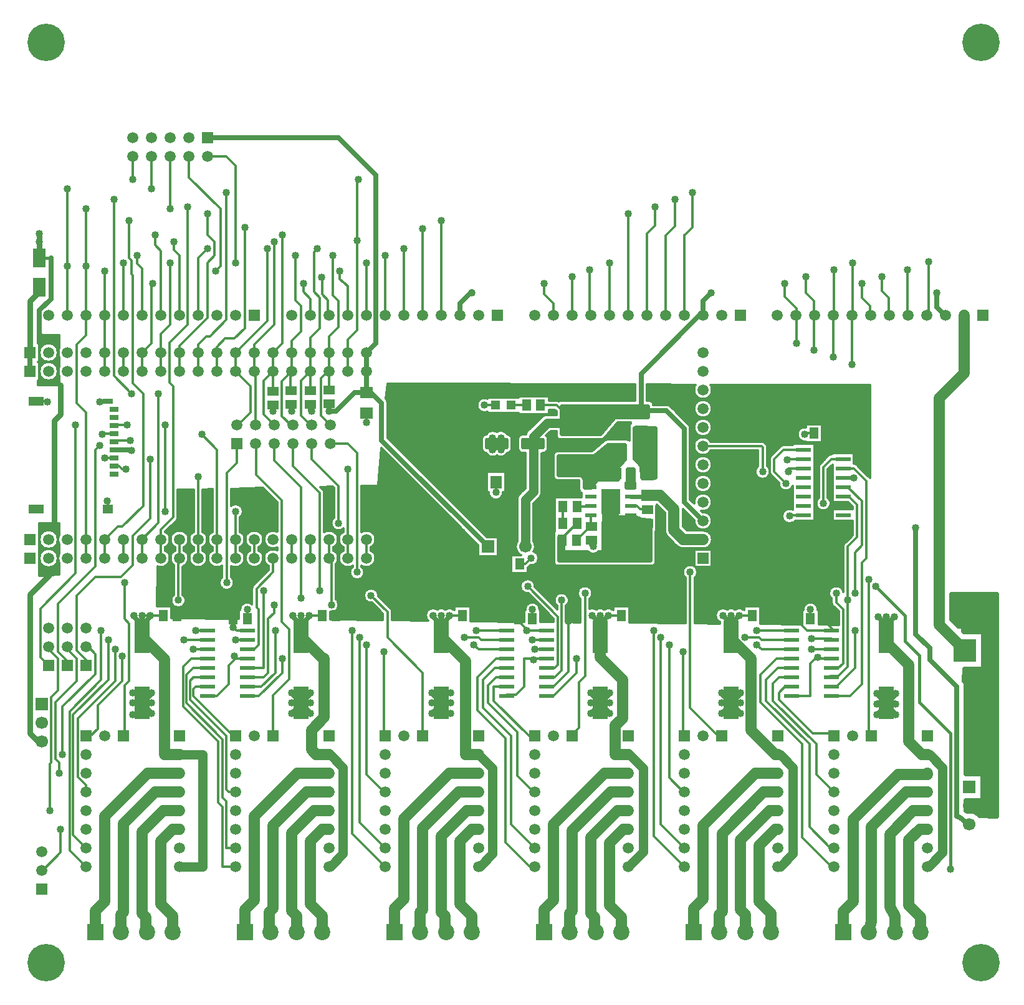
<source format=gbr>
G04 DipTrace 4.0.0.2*
G04 1 - Top.gbr*
%MOIN*%
G04 #@! TF.FileFunction,Copper,L1,Top*
G04 #@! TF.Part,Single*
%AMOUTLINE0*
4,1,28,
0.052559,-0.031496,
-0.052559,-0.031496,
-0.055005,-0.031174,
-0.057283,-0.03023,
-0.05924,-0.028729,
-0.060742,-0.026772,
-0.061686,-0.024493,
-0.062008,-0.022047,
-0.062008,0.022047,
-0.061686,0.024493,
-0.060742,0.026772,
-0.05924,0.028729,
-0.057283,0.03023,
-0.055005,0.031174,
-0.052559,0.031496,
0.052559,0.031496,
0.055005,0.031174,
0.057283,0.03023,
0.05924,0.028729,
0.060742,0.026772,
0.061686,0.024493,
0.062008,0.022047,
0.062008,-0.022047,
0.061686,-0.024493,
0.060742,-0.026772,
0.05924,-0.028729,
0.057283,-0.03023,
0.055005,-0.031174,
0.052559,-0.031496,
0*%
G04 #@! TA.AperFunction,Conductor*
%ADD14C,0.0256*%
G04 #@! TA.AperFunction,ViaPad*
%ADD15C,0.04*%
G04 #@! TA.AperFunction,Conductor*
%ADD16C,0.025591*%
G04 #@! TA.AperFunction,ViaPad*
%ADD17C,0.03*%
G04 #@! TA.AperFunction,Conductor*
%ADD18C,0.015*%
G04 #@! TA.AperFunction,CopperBalancing*
%ADD19C,0.012*%
%ADD20C,0.025*%
G04 #@! TA.AperFunction,Conductor*
%ADD21C,0.05*%
%ADD22C,0.059055*%
%ADD23C,0.06*%
G04 #@! TA.AperFunction,CopperBalancing*
%ADD24C,0.013*%
G04 #@! TA.AperFunction,Conductor*
%ADD25C,0.022*%
%ADD29R,0.070866X0.062992*%
%ADD30R,0.051181X0.059055*%
%ADD31R,0.082677X0.177165*%
%ADD32R,0.066929X0.098425*%
%ADD33R,0.098425X0.066929*%
G04 #@! TA.AperFunction,ComponentPad*
%ADD34R,0.059055X0.059055*%
%ADD35C,0.059055*%
%ADD36R,0.066929X0.066929*%
%ADD37C,0.066929*%
%ADD38R,0.137795X0.09252*%
G04 #@! TA.AperFunction,ComponentPad*
%ADD39C,0.2*%
%ADD40R,0.059055X0.051181*%
%ADD41R,0.051181X0.027559*%
%ADD42R,0.07874X0.047244*%
%ADD43R,0.055118X0.047244*%
%ADD44R,0.055118X0.031496*%
G04 #@! TA.AperFunction,ComponentPad*
%ADD45R,0.12X0.12*%
%ADD46C,0.12*%
%ADD47R,0.086614X0.086614*%
%ADD48C,0.086614*%
%ADD49R,0.062992X0.024016*%
%ADD50R,0.10315X0.138189*%
%ADD51R,0.07874X0.023622*%
%ADD52R,0.062992X0.070866*%
%ADD54R,0.047244X0.047244*%
%ADD121OUTLINE0*%
%FSLAX26Y26*%
G04*
G70*
G90*
G75*
G01*
G04 Top*
%LPD*%
X2243700Y3693700D2*
D14*
Y3793700D1*
Y3693700D2*
Y3581200D1*
X2893700Y2756200D2*
X2324949Y3324951D1*
Y3524951D1*
X2268700Y3581200D1*
X2243700D1*
Y3793700D2*
X2293700Y3843700D1*
Y4743700D1*
X2093700Y4943700D1*
X1393700D1*
X893700Y3273621D2*
X982529D1*
X987451Y3268700D1*
X1743700Y3481200D2*
Y3512548D1*
X1840550Y3515747D2*
Y3484350D1*
X1843700Y3481200D1*
X1942567Y3515747D2*
Y3488582D1*
X1949949Y3481200D1*
X2043701Y3518798D2*
Y3481200D1*
X2043699D1*
X2243700Y3581200D2*
X2181200D1*
X2081200Y3481200D1*
X2043701D1*
X5293700Y4112449D2*
D16*
Y4037449D1*
X5337449Y3993700D1*
X5340106D1*
X4043705D2*
Y4068705D1*
X4087449Y4112449D1*
X2743705Y3993700D2*
Y4056205D1*
X2806200Y4118700D1*
Y4112449D1*
X4043705Y3993700D2*
X4025073D1*
X3712511Y3681138D1*
Y3483099D1*
X3848050D1*
X3943700Y3387449D1*
Y2993708D1*
X4043700Y2893708D1*
X5468700Y1268700D2*
D14*
X5481199D1*
X5462449Y1287449D1*
Y1268700D1*
X5415775Y1306099D1*
X5399949Y1312749D1*
Y2006201D1*
X5256200Y2149951D1*
Y2212449D1*
X5181200Y2287449D1*
Y2856200D1*
X493698Y4301180D2*
D17*
Y4387451D1*
X493700D1*
Y4431200D1*
X506200Y1712449D2*
X487451D1*
X443700Y1756200D1*
Y2499949D1*
X546023Y2602272D1*
D18*
X535128D1*
X3446745Y2788842D2*
D17*
Y2765655D1*
X3456200Y2756200D1*
X3356298Y3417322D2*
Y3487352D1*
X3356200Y3487451D1*
X546023Y2602272D2*
D19*
X593700Y2649949D1*
Y2856200D1*
X574949Y2874951D1*
D17*
Y3431199D1*
X606200Y3462449D1*
Y3618701D1*
D18*
X593700Y3631201D1*
Y3843700D1*
X569646Y3867754D1*
X519646D1*
D20*
X493700Y3893700D1*
Y4018700D1*
X556200Y4081200D1*
Y4301180D1*
D18*
X493698D1*
X3093700Y2756200D2*
D21*
Y3006200D1*
X3137449Y3049949D1*
Y3343699D1*
X3211073Y3417322D1*
X3356298D1*
X3174851Y3512449D2*
D19*
X3261171D1*
X3356298Y3417322D1*
X3290745Y2788842D2*
Y2801842D1*
X3368745Y2879842D1*
X3712511Y3372863D2*
X3758028D1*
X3772298Y3387133D1*
X3712511Y3372863D2*
X3747569D1*
X3772298Y3348133D1*
X1643700Y2693700D2*
Y2793700D1*
X2243700Y2693700D2*
Y2793700D1*
X943700Y3693700D2*
Y3793700D1*
X1243700Y1043700D2*
D21*
X1368700D1*
Y1643700D1*
X1243700D1*
X2043700Y1043700D2*
X2049951D1*
X2118700Y1112449D1*
Y1574949D1*
X2049949Y1643700D1*
X2043700D1*
X1393700Y1956200D2*
D19*
X1443700D1*
X1506200Y2018700D1*
Y2118700D1*
X1543700Y2156200D1*
X1606298D1*
X2843700Y1043700D2*
D21*
X2849951D1*
X2918700Y1112449D1*
Y1568700D1*
X2843700Y1643700D1*
X3643700Y1043700D2*
X3724949Y1124949D1*
Y1568700D1*
X3649949Y1643700D1*
X3643700D1*
X2993700Y1956200D2*
D19*
Y1962449D1*
X3043700D1*
X3087449Y2006199D1*
Y2156200D1*
X3206298D1*
X4443700Y1043700D2*
D21*
X4456200D1*
X4524949Y1112449D1*
Y1574951D1*
X4456200Y1643700D1*
X4443700D1*
X5243700Y1043700D2*
X5249951D1*
X5324949Y1118699D1*
Y1574951D1*
X5256200Y1643700D1*
X5243700D1*
X4518700Y1956200D2*
D19*
X4618700D1*
Y2131200D1*
X4643700Y2156200D1*
X4731298D1*
X5024951Y2273031D2*
D20*
X5037449D1*
Y2349949D1*
X5068700Y2381200D1*
X5024951Y2273031D2*
Y2381200D1*
Y2273031D2*
Y2337449D1*
X4981200Y2381200D1*
X4193700Y2273031D2*
Y2343701D1*
X4237449Y2387451D1*
X4193700Y2273031D2*
Y2387451D1*
Y2343701D2*
X4149951Y2387451D1*
X3493700Y2273031D2*
Y2343700D1*
X3537451Y2387451D1*
X3493700Y2273031D2*
Y2387451D1*
Y2343701D2*
X3449951Y2387451D1*
X2643700Y2273031D2*
Y2337451D1*
X2693700Y2387451D1*
X2687449D1*
X2643700Y2273031D2*
Y2387451D1*
Y2337451D2*
X2593700Y2387451D1*
X2599949D1*
X1893700Y2273031D2*
Y2337451D1*
X1943700Y2387451D1*
X1937449D1*
X1893700Y2273031D2*
Y2387451D1*
Y2337451D2*
X1843700Y2387451D1*
X1849951D1*
X1043700Y2273031D2*
Y2337451D1*
X1093700Y2387451D1*
X1087449D1*
X1043700Y2273031D2*
Y2387451D1*
Y2337451D2*
X993700Y2387451D1*
X999949D1*
X860235Y2955511D2*
D19*
Y2995914D1*
X856200Y2999949D1*
X860235Y3533464D2*
X820964D1*
X818700Y3531200D1*
X478346Y3533464D2*
X535186D1*
X537449Y3531200D1*
X1606003Y2368700D2*
Y2418503D1*
X1606200Y2418700D1*
X4618503Y2368700D2*
Y2418700D1*
X4618700D1*
X1606298Y2156200D2*
X1537449D1*
Y2168700D1*
X3206298Y2156200D2*
X3137449D1*
Y2149949D1*
X3131003Y2368700D2*
Y2418700D1*
X3131200D1*
X4656200Y2162449D2*
Y2156200D1*
X4731298D1*
X2243700Y3470964D2*
Y3418700D1*
X893700Y3360235D2*
X835235D1*
X831200Y3356200D1*
X5518701Y1762451D2*
D20*
Y1806200D1*
Y1962451D1*
X5562449D1*
Y1849951D1*
Y1893700D1*
X5518701D1*
Y1937451D1*
X5562449D1*
X5518701Y1893700D2*
Y1849951D1*
Y1999951D1*
X5562449D1*
Y1806200D1*
Y1762451D1*
X5518701D1*
X1243700Y1643700D2*
D22*
X1162449D1*
D23*
Y2154281D1*
X1043700Y2273031D1*
X2043700Y1643700D2*
D22*
X1974949D1*
D23*
X1949949Y1668700D1*
Y1774949D1*
X2018700Y1843700D1*
Y2156200D1*
X2010531D1*
X1893700Y2273031D1*
X2843700Y1643700D2*
D22*
X2774949D1*
D23*
Y2141781D1*
X2643700Y2273031D1*
X4443700Y1643700D2*
D22*
X4431200D1*
D23*
X4299949Y1774951D1*
Y2156200D1*
X4193700Y2262449D1*
Y2273031D1*
X5243700Y1643700D2*
D22*
X5212451D1*
D23*
X5143700Y1712451D1*
Y2124951D1*
X5024951Y2243700D1*
Y2273031D1*
X3643700Y1643700D2*
D22*
X3574949D1*
D23*
Y1799949D1*
X3612449Y1837449D1*
Y2043700D1*
X3493700Y2162449D1*
Y2273031D1*
X2006200Y2387451D2*
D19*
X1937449D1*
X2756200D2*
X2687449D1*
X3606200D2*
X3537451D1*
X4306200D2*
X4237449D1*
X1043700D2*
Y2387449D1*
X1156200D1*
X3062449Y2662451D2*
X3093701D1*
X3124951Y2693700D1*
X4581150Y2924949D2*
X4512449D1*
X4506200Y2918700D1*
X4793749Y3124949D2*
X4849949D1*
X4637549Y3362451D2*
X4593700D1*
X4587449Y3356200D1*
X2940993Y3306199D2*
D17*
Y3297243D1*
X2918700Y3274951D1*
X2940993Y3306199D2*
Y3296407D1*
X2962449Y3274951D1*
X2940993Y3306199D2*
Y3315158D1*
X2918700Y3337451D1*
X2962449Y3274951D2*
Y3337451D1*
X2936923Y3101608D2*
D19*
Y3046490D1*
X2935791Y3045357D1*
X2933611Y3512449D2*
X2874951D1*
X743700Y1143700D2*
X674949Y1212451D1*
Y1856200D1*
X862449Y2043700D1*
Y2256200D1*
X1268700D2*
X1393700D1*
X743700Y1043700D2*
X656200Y1131200D1*
Y1874951D1*
X824949Y2043700D1*
Y2306200D1*
X1331200D2*
X1393700D1*
X2143700Y2693700D2*
Y2793700D1*
X893700Y3230314D2*
X843700D1*
X2143700Y3168700D2*
Y2793700D1*
X743700Y2118700D2*
Y2149951D1*
X693700Y2199951D1*
Y2493700D1*
X793700Y2593700D1*
X930314D1*
X994094Y2657480D1*
Y2814960D1*
X1087449Y2908315D1*
Y3224949D1*
X2043700Y3693700D2*
Y3793700D1*
X2343705Y3993700D2*
Y4312449D1*
X2062451D2*
Y4099949D1*
X2093700Y4068700D1*
Y3931200D1*
X2043700Y3881200D1*
Y3793700D1*
X2043699Y3593602D2*
Y3693700D1*
X2043700D1*
X2051180Y3406298D2*
X2049851D1*
X1999949Y3456200D1*
Y3656199D1*
X2043700Y3699949D1*
Y3693700D1*
X1743700Y1743700D2*
Y1960235D1*
X1830708Y2047243D1*
Y2312991D1*
X1791338Y2352361D1*
Y3001968D1*
X1653543Y3139763D1*
Y3303936D1*
X1651180Y3306298D1*
X1843700Y3693700D2*
Y3793700D1*
X1851180Y3406298D2*
X1839763D1*
X1791338Y3454724D1*
Y3641338D1*
X1843700Y3693700D1*
X1043705Y3993700D2*
Y4243695D1*
X1018700Y4268700D1*
Y4312449D1*
X1862449D2*
Y4074951D1*
X1893700Y4043700D1*
Y3906200D1*
X1843700Y3856200D1*
Y3793700D1*
X1840550Y3590550D2*
X1837449D1*
Y3699951D1*
X1843700Y3693700D1*
X1606298Y2206200D2*
X1643700D1*
X1668700Y2231200D1*
Y2418700D1*
X1656200Y2431200D1*
Y2531200D1*
X1743700Y2618700D1*
Y2693700D1*
X1343700D2*
Y2793700D1*
X893700Y3187007D2*
X919142D1*
X937449Y3168700D1*
X956200D1*
X1343700Y3131200D2*
Y2793700D1*
X4043700Y3293708D2*
X4356207D1*
X4362449Y3287465D1*
Y3156200D1*
X4499951D2*
Y3174949D1*
X4581150D1*
X1443700Y2693700D2*
Y2793700D1*
X893700Y3316928D2*
Y3324949D1*
X981200D1*
X1362451Y3356200D2*
X1443700Y3274951D1*
Y2793700D1*
X643700Y2118700D2*
Y2143700D1*
X593700Y2193700D1*
Y2449949D1*
X793700Y2649949D1*
Y3274949D1*
X815575Y3296825D1*
X1143700Y3793700D2*
Y3693700D1*
Y3793700D2*
Y3893700D1*
X1193700Y3943700D1*
Y4274949D1*
X5249949Y4281200D2*
Y3983856D1*
X5240106Y3993700D1*
X2243700Y4274949D2*
X2243705D1*
Y3993700D1*
X943705Y4274949D2*
Y3993700D1*
X4840106Y3731200D2*
Y3993700D1*
X4837449Y3996356D1*
X4843700Y4274949D2*
Y3990106D1*
X4840106Y3993700D1*
X3543700Y4274949D2*
X3543705D1*
Y3993700D1*
X1393700Y4843700D2*
X1493700D1*
X1543700Y4793700D1*
Y4274949D1*
X793700Y693700D2*
D23*
Y806200D1*
X843700Y856200D1*
Y1312449D1*
X1074951Y1543700D1*
X1243700D1*
X931495Y693700D2*
Y787745D1*
X943700Y799949D1*
Y1274949D1*
X1112451Y1443700D1*
X1243700D1*
X1069291Y693700D2*
X1062449D1*
Y774951D1*
X1043700Y793700D1*
Y1231200D1*
X1156200Y1343700D1*
X1243700D1*
X1543700Y1143700D2*
D19*
X1493700D1*
Y1393700D1*
X1474949Y1412451D1*
Y1724951D1*
X1281200Y1918700D1*
Y2068700D1*
X1318700Y2106200D1*
X1393700D1*
X1543700Y1043700D2*
X1474949D1*
Y1362451D1*
X1449949Y1387451D1*
Y1712451D1*
X1262449Y1899951D1*
Y2112449D1*
X1306200Y2156200D1*
X1393700D1*
X1443700Y3793700D2*
Y3693700D1*
X2543705Y3993700D2*
Y4456193D1*
X1593700Y4462449D2*
Y3924951D1*
X1537449Y3868700D1*
X1487451D1*
X1443700Y3824949D1*
Y3793700D1*
X3143700Y1043700D2*
X3118700D1*
X2987449Y1174951D1*
Y1731200D1*
X2837449Y1881200D1*
Y2056199D1*
X2937451Y2156200D1*
X2993700D1*
X4487443Y3093708D2*
X4424949Y3156201D1*
Y3224949D1*
X4474949Y3274949D1*
X4581150D1*
X1543700Y2693700D2*
Y2793700D1*
X893700Y3403543D2*
Y3406200D1*
X962451D1*
X1168700D2*
Y2943700D1*
X1543700D2*
Y2793700D1*
X543700Y2118700D2*
X499949Y2162451D1*
Y2424949D1*
X687449Y2612449D1*
Y3406200D1*
X1243700Y1243700D2*
D23*
X1206200D1*
X1143700Y1181200D1*
Y843700D1*
X1207086Y780314D1*
Y693700D1*
X1743700Y3693700D2*
D19*
Y3793700D1*
X1751180Y3406298D2*
X1692913Y3464566D1*
Y3642913D1*
X1743700Y3693700D1*
X1143705Y3993700D2*
Y4337444D1*
X1112449Y4368700D1*
Y4424949D1*
X1793700D2*
Y3843700D1*
X1743700Y3793700D1*
Y3587351D2*
Y3693700D1*
X2343700Y1143700D2*
X2206200Y1281200D1*
Y2268700D1*
X2768700D2*
X2843700D1*
X2856200Y2256200D1*
X2993700D1*
X1543700Y1443700D2*
X1506200D1*
X1493700Y1456200D1*
Y1743700D1*
X1299949Y1937451D1*
Y2037449D1*
X1318700Y2056200D1*
X1393700D1*
X2043700Y1243700D2*
D23*
X2006200D1*
X1943700Y1181200D1*
Y843700D1*
X2007086Y780314D1*
Y693700D1*
X2393700D2*
Y818700D1*
X2443700Y868700D1*
Y1299949D1*
X2687451Y1543700D1*
X2843700D1*
X2531495Y693700D2*
Y800245D1*
X2543700Y812449D1*
Y1249949D1*
X2737451Y1443700D1*
X2843700D1*
X2669291Y693700D2*
X2662449D1*
Y781201D1*
X2643700Y799951D1*
Y1206200D1*
X2781200Y1343700D1*
X2843700D1*
X1643700Y3793700D2*
D19*
Y3693700D1*
X1651180Y3406298D2*
Y3686220D1*
X1643700Y3693700D1*
X1243705Y3993700D2*
Y4312444D1*
X1212449Y4343700D1*
Y4387449D1*
X1749949D2*
Y3943699D1*
X1643700Y3837449D1*
Y3793700D1*
X1851180Y3306298D2*
Y3186220D1*
X1993700Y3043700D1*
Y2518700D1*
X3412449Y2506200D2*
Y2062449D1*
X3381200Y2031200D1*
Y1787449D1*
X3337451Y1743700D1*
X3343700D1*
X1243700Y3793700D2*
Y3693700D1*
X3643705Y3993700D2*
Y4537449D1*
X1393700D2*
Y4424951D1*
X1431200Y4387451D1*
Y4312449D1*
X1393700Y4274949D1*
Y3981200D1*
X1243700Y3831200D1*
Y3793700D1*
X3943700Y1143700D2*
X3818700Y1268700D1*
Y2268700D1*
X4268700D2*
X4343700D1*
X4356200Y2256200D1*
X4518700D1*
X2843700Y1243700D2*
D23*
X2806200D1*
X2743700Y1181200D1*
Y843700D1*
X2807086Y780314D1*
Y693700D1*
X606200Y1243700D2*
D19*
Y1118700D1*
X512449Y1024949D1*
X506200D1*
X4793700Y693700D2*
D23*
Y803780D1*
X4846357Y856438D1*
Y1296357D1*
X5087451Y1537451D1*
X5243700D1*
Y1543700D1*
X4931495Y693700D2*
X4944108Y749541D1*
Y1256608D1*
X5131200Y1443700D1*
X5243700D1*
X5069291Y693700D2*
Y778700D1*
X5042980Y826818D1*
Y1217980D1*
X5168700Y1343700D1*
X5243700D1*
X1943700Y2693700D2*
D19*
Y2793700D1*
X4493701Y3218700D2*
X4499951Y3224949D1*
X4581150D1*
X1951180Y3306298D2*
Y3223720D1*
X2093700Y3081200D1*
Y2881200D1*
X3974951Y2618700D2*
Y1893699D1*
X4124949Y1743700D1*
X4143700D1*
X2051180Y3306298D2*
X2143602D1*
X2193700Y3256200D1*
Y2618700D1*
X4931200Y2581200D2*
Y1768700D1*
X4956200Y1743700D1*
X4943700D1*
X2043700Y2693700D2*
Y2793700D1*
X1606298Y2056200D2*
X1693700D1*
X1718700Y2081200D1*
Y2368700D1*
X1749949Y2399949D1*
Y2443700D1*
X2056200D2*
Y2693700D1*
X2043700D1*
X3206298Y2056200D2*
X3249949D1*
X3287449Y2093700D1*
Y2468700D1*
X4731298Y2056200D2*
X4725049Y2062449D1*
X4768700D1*
X4818700Y2112449D1*
Y2468700D1*
X4793749Y3024949D2*
X4824951D1*
X4868700Y2981200D1*
Y2806200D1*
X4818700Y2756200D1*
Y2468700D1*
X1843700Y2693700D2*
Y2793700D1*
X4743700Y1443700D2*
X4649949Y1537451D1*
Y1699951D1*
X4418700Y1931200D1*
Y2024949D1*
X4449951Y2056200D1*
X4518700D1*
X1606298Y2306200D2*
X1549951D1*
X1531200Y2324951D1*
Y2368700D1*
X3206298Y2306200D2*
X3106200D1*
X3056200Y2356200D1*
Y2368700D1*
X4731298Y2306200D2*
X4599949D1*
X4537449Y2368700D1*
X4543700D1*
X3206298Y2306200D2*
X3099951D1*
X3324949Y2356200D2*
Y2087449D1*
X3243700Y2006200D1*
X3206298D1*
X1756200Y2306200D2*
Y2081200D1*
X1681200Y2006200D1*
X1606298D1*
X4731298Y2306200D2*
X4743699D1*
X4687449Y2362449D1*
X4856200Y2306200D2*
Y2106200D1*
X4756200Y2006200D1*
X4731298D1*
X1531200Y2368700D2*
D18*
Y2443700D1*
X1593700Y2506200D1*
Y2581200D1*
X2993700D2*
Y2756200D1*
X3056200Y2581200D2*
Y2368700D1*
X4537451Y2543700D2*
Y2368700D1*
X4543700D1*
X4968700Y2543700D2*
X5124949Y2387451D1*
Y2249949D1*
X5199949Y2174949D1*
Y1924951D1*
X5368700Y1756200D1*
Y1031200D1*
X1231003Y2387449D2*
D19*
Y2412646D1*
X1143700Y2499949D1*
X4712352Y3362451D2*
X4756200D1*
X4793749Y3324902D1*
Y3274949D1*
X943700Y2693700D2*
Y2793700D1*
X5243700Y1243700D2*
D23*
X5202787D1*
X5144997Y1185910D1*
Y835665D1*
X5207086Y773575D1*
Y693700D1*
X3993700D2*
Y818700D1*
X4043700Y868700D1*
Y1262449D1*
X4324951Y1543700D1*
X4443700D1*
X943700Y1743700D2*
D19*
X949949D1*
Y2012449D1*
X974949Y2037449D1*
Y2343700D1*
X949949Y2368700D1*
Y2562449D1*
X1496062D2*
Y3149606D1*
X1549949Y3203493D1*
Y3305067D1*
X1551180Y3306298D1*
X4131495Y693700D2*
D23*
Y786861D1*
X4146621Y801987D1*
Y1221621D1*
X4368700Y1443700D1*
X4443700D1*
X1143700Y2693700D2*
D19*
Y2793700D1*
X3743705Y3993700D2*
Y4431205D1*
X3787449Y4474949D1*
Y4574949D1*
X1287449D2*
Y3943699D1*
X1190944Y3847193D1*
Y3633956D1*
X1210629Y3614271D1*
Y2913385D1*
X1143700Y2846456D1*
Y2793700D1*
X3943700Y1043700D2*
X3781200Y1206200D1*
Y2306200D1*
X4331200D2*
X4518700D1*
X4269291Y693700D2*
D23*
Y786860D1*
X4243700Y812451D1*
Y1187449D1*
X4399951Y1343700D1*
X4443700D1*
X4687449Y2987449D2*
D19*
Y3181199D1*
X4731200Y3224949D1*
X4793749D1*
X1943700Y3693700D2*
Y3793700D1*
X2443705Y3993700D2*
Y4349949D1*
X1981199D2*
X1962449Y4331200D1*
Y4118700D1*
X1993700Y4087449D1*
Y3924949D1*
X1943700Y3874949D1*
Y3793700D1*
X1951180Y3406298D2*
X1943602D1*
X1893700Y3456200D1*
Y3643700D1*
X1943700Y3693700D1*
X1942567Y3590550D2*
Y3692567D1*
X1943700Y3693700D1*
X1543700Y3793700D2*
Y3693700D1*
X1551180Y3406298D2*
X1555905D1*
X1624015Y3474409D1*
Y3613385D1*
X1543700Y3693700D1*
X1343705Y3993700D2*
Y4299955D1*
X1393700Y4349949D1*
X1712449D2*
Y3962449D1*
X1543700Y3793700D1*
X2543700Y1743700D2*
Y2081200D1*
X2356200Y2268700D1*
Y2406200D1*
X2268700Y2493700D1*
X1893700Y2481200D2*
Y3074949D1*
X1751180Y3217469D1*
Y3306298D1*
X3656388Y2972894D2*
X3691692D1*
X3706745Y2957842D1*
X3742548D1*
X3745745Y2954645D1*
X843700Y3693700D2*
Y3793700D1*
X843714Y3993700D2*
Y3793714D1*
X843700Y3793700D1*
X843714Y3993700D2*
Y4231200D1*
X5137449Y4237449D2*
Y3996356D1*
X5140106Y3993700D1*
X4740115Y3768700D2*
Y3993700D1*
X4737449Y3996365D1*
X2099949Y4231200D2*
Y4187451D1*
X2143714Y4149938D1*
Y3993700D1*
X4743700Y4237449D2*
Y3990115D1*
X4740115Y3993700D1*
X3437449Y4237449D2*
Y3999965D1*
X3443714Y3993700D1*
X1293700Y4843700D2*
Y4731199D1*
X1462449Y4562449D1*
Y4256478D1*
X1437171Y4231200D1*
X843700Y2693700D2*
Y2793700D1*
X2643705Y3993700D2*
Y4499949D1*
X974951D2*
Y4299948D1*
X987449Y4287449D1*
Y4212451D1*
X993700Y4206200D1*
Y3631199D1*
X1049949Y3574949D1*
Y2974948D1*
X937451Y2862449D1*
X912449D1*
X843700Y2793700D1*
X1043700Y2693700D2*
Y2793700D1*
X3843705Y3993700D2*
Y4418705D1*
X3893700Y4468700D1*
Y4612621D1*
X893700D2*
Y3668699D1*
X987449Y3574949D1*
X1131889D2*
Y2883857D1*
X1042716Y2794684D1*
X1043700Y2793700D1*
X4743700Y1143700D2*
X4724951D1*
X4612449Y1256201D1*
Y1699951D1*
X4381200Y1931200D1*
Y2043700D1*
X4443700Y2106200D1*
X4518700D1*
X4743700Y1043700D2*
X4731200D1*
X4574949Y1199951D1*
Y1699951D1*
X4349949Y1924951D1*
Y2068699D1*
X4437451Y2156200D1*
X4518700D1*
X4443700Y1243700D2*
D23*
X4431200D1*
X4343700Y1156200D1*
Y856200D1*
X4407086Y792814D1*
Y693700D1*
X3193700D2*
Y812451D1*
X3243700Y862451D1*
Y1268700D1*
X3518700Y1543700D1*
X3643700D1*
X3143700Y1143700D2*
D19*
X3018700Y1268700D1*
Y1743700D1*
X2868700Y1893700D1*
Y2043700D1*
X2931200Y2106200D1*
X2993700D1*
X3368745Y2970842D2*
X3441737D1*
X3443789Y2972894D1*
X2343700Y1043700D2*
X2168700Y1218700D1*
Y2306200D1*
X2831200D2*
X2993700D1*
X3293941Y2879842D2*
Y2970842D1*
X3100048Y3512449D2*
X3016288D1*
X3443789Y2922894D2*
Y2866600D1*
X3446745Y2863645D1*
X3440351D1*
X3365548Y2788842D1*
X3331495Y693700D2*
D23*
Y793995D1*
X3343700Y806200D1*
Y1237449D1*
X3549951Y1443700D1*
X3643700D1*
X3469291Y693700D2*
X3462449D1*
Y774951D1*
X3443700Y793700D1*
Y1199949D1*
X3587451Y1343700D1*
X3643700D1*
X743700Y2693700D2*
D19*
Y2793700D1*
Y3474949D1*
X693700Y3524949D1*
Y3837451D1*
X743700Y3887451D1*
Y4256200D1*
X4999949Y4199949D2*
Y4124951D1*
X5037449Y4087451D1*
Y3993700D1*
X5040106D1*
X2004574Y4197086D2*
X2006200D1*
Y4106200D1*
X2037449Y4074951D1*
Y3999965D1*
X2043714Y3993700D1*
X4637449Y3806200D2*
Y3993700D1*
X4640115D1*
X4593700Y4199949D2*
Y4112449D1*
X4637449Y4068700D1*
Y3993700D1*
X3343714D2*
X3343700Y4199949D1*
X1193700Y4843700D2*
Y4562451D1*
X743700D2*
Y4256200D1*
Y1743700D2*
X768700D1*
X806200Y1781200D1*
Y1906200D1*
X937449Y2037449D1*
Y2168700D1*
X1543700Y2256200D2*
X1606298D1*
X3643700Y1243700D2*
D23*
X3618700D1*
X3543700Y1168700D1*
Y837451D1*
X3607086Y774065D1*
Y693700D1*
X1606298Y1956200D2*
D19*
X1668700D1*
X1793700Y2081200D1*
Y2156200D1*
X3143700Y2206200D2*
X3206298D1*
X1043700Y3693700D2*
Y3793700D1*
X643714Y3993700D2*
Y4256200D1*
X4481200Y4162449D2*
Y4093700D1*
X4543700Y4031200D1*
Y3990115D1*
X4540115Y3993700D1*
X4543700Y3843700D2*
Y3997285D1*
X4540115Y3993700D1*
X3243714D2*
Y4056186D1*
X3193700Y4106200D1*
Y4162449D1*
X1101495D2*
X1093700D1*
Y3843700D1*
X1043700Y3793700D1*
X1906200Y4162449D2*
Y4118700D1*
X1943714Y4081186D1*
Y3993700D1*
X4893700Y4162449D2*
Y4087451D1*
X4937449Y4043701D1*
Y3996356D1*
X4940106Y3993700D1*
X1093700Y4843700D2*
Y4668700D1*
X643714D2*
Y4256200D1*
X1343700Y3693700D2*
Y3793700D1*
Y3837449D1*
X1387451Y3881200D1*
X1406200D1*
X1493700Y3968700D1*
Y4649949D1*
X3987449D2*
Y4462449D1*
X3947642Y4422642D1*
X3943705D1*
Y3993700D1*
X1593700Y693700D2*
D23*
Y812451D1*
X1643700Y862451D1*
Y1312449D1*
X1874951Y1543700D1*
X2043700D1*
X1731495Y693700D2*
X1724949D1*
Y799949D1*
X1743700Y818700D1*
Y1262449D1*
X1924951Y1443700D1*
X2043700D1*
X1869291Y693700D2*
Y780609D1*
X1843700Y806200D1*
Y1224949D1*
X1962451Y1343700D1*
X2043700D1*
X2143700Y3693700D2*
D19*
Y3793700D1*
Y3862449D1*
X2193700Y3912449D1*
Y4393700D1*
X993700Y4843700D2*
Y4718700D1*
X2199949D2*
X2193700Y4712451D1*
Y4393700D1*
X3206298Y1956200D2*
X3243700D1*
X3368700Y2081200D1*
Y2156200D1*
X4624951Y2206200D2*
X4731298D1*
X1243700Y2693700D2*
Y2793700D1*
X1606298Y2106200D2*
X1693700D1*
Y2518700D1*
X1237451Y2468700D2*
Y2693700D1*
X1243700D1*
X4731298Y2106200D2*
X4768700D1*
X4793700Y2131200D1*
Y2418700D1*
X4756200Y2456200D1*
Y2506200D1*
X3206298Y2106200D2*
X3249951D1*
X3268700Y2124949D1*
Y2381200D1*
X3106200Y2543700D1*
X4793749Y3074949D2*
X4818701D1*
X4893700Y2999951D1*
Y2762449D1*
X4856200Y2724949D1*
Y2506200D1*
X4731298Y1956200D2*
X4831200D1*
X4893700Y2018700D1*
Y2668700D1*
X4918700Y2693700D1*
Y3106200D1*
X4849951Y3174949D1*
X4793749D1*
X2343700Y1443700D2*
X2337451D1*
X2243700Y1537451D1*
Y2231200D1*
X2818700D2*
X2843700Y2206200D1*
X2993700D1*
X743700Y1443700D2*
Y1481200D1*
X699949Y1524951D1*
Y1837449D1*
X899949Y2037449D1*
Y2206200D1*
X1318700D2*
X1393700D1*
X1543700Y1743700D2*
X1531200D1*
X1318700Y1956200D1*
Y1993700D1*
X1331200Y2006200D1*
X1393700D1*
X2343700Y1743700D2*
X2337449D1*
Y2193700D1*
X3131200Y2256200D2*
X3206298D1*
X3143700Y1443700D2*
X3137449D1*
X3049949Y1531200D1*
Y1762451D1*
X2893700Y1918700D1*
Y2012449D1*
X2937451Y2056200D1*
X2993700D1*
X3943700Y1743700D2*
X3937449D1*
Y2193700D1*
X4624951Y2262449D2*
X4731298D1*
Y2256200D1*
X3143700Y1743700D2*
X3112449D1*
X2924949Y1931200D1*
Y2006200D1*
X2993700D1*
X3943700Y1443700D2*
X3937449D1*
X3862449Y1518700D1*
Y2231200D1*
X4331200D2*
X4356200Y2206200D1*
X4518700D1*
X4743700Y1743700D2*
Y1756200D1*
X4631200D1*
X4449949Y1937451D1*
Y1974949D1*
X4481200Y2006200D1*
X4518700D1*
X743700Y2218700D2*
X756200D1*
X793700Y2181200D1*
Y2074949D1*
X618700Y1899949D1*
Y1643700D1*
X543700Y2218700D2*
Y2206200D1*
X593700Y2156200D1*
Y1987449D1*
X556200Y1949949D1*
Y1599951D1*
X549949Y1593700D1*
Y1343700D1*
X643700Y2218700D2*
Y2206200D1*
X693700Y2156200D1*
Y2037449D1*
X581200Y1924949D1*
Y1618700D1*
X599949Y1599951D1*
Y1543700D1*
X443700Y3693700D2*
D20*
Y3793700D1*
D17*
Y4068700D1*
X493701Y4118701D1*
Y4143700D1*
X5440106Y3993700D2*
D23*
Y3683855D1*
X5306200Y3549949D1*
Y2337448D1*
X5443699Y2199949D1*
X4043700Y2793708D2*
X3937441D1*
X3887449Y2843700D1*
Y2956200D1*
X3814044Y3029606D1*
X3745745D1*
X5024951Y1918700D2*
D17*
X4974949Y1968700D1*
X5024951Y1918700D2*
X5074951Y1968700D1*
X5024951Y1918700D2*
X5068701D1*
X5074951Y1912451D1*
X5024951Y1918700D2*
Y1906201D1*
X5074951Y1856201D1*
X5024951Y1906203D2*
X4974949Y1856201D1*
X5024951Y1918700D2*
X4981199D1*
X4974949Y1912451D1*
X4193700Y1918700D2*
Y1924949D1*
X4243700Y1974949D1*
X4193700Y1918700D2*
X4243700D1*
X4193700D2*
Y1912451D1*
X4243700Y1862451D1*
X4193700Y1912451D2*
X4143700Y1862451D1*
X4193700Y1918700D2*
X4143700D1*
X4193700D2*
X4143700Y1968700D1*
Y1974949D1*
X3493700Y1918700D2*
Y1924949D1*
X3543700Y1974949D1*
X3493700Y1918700D2*
X3543700D1*
X3493700D2*
Y1912451D1*
X3543700Y1862451D1*
X3493700Y1912451D2*
X3443700Y1862451D1*
X3493700Y1918700D2*
X3443700D1*
X3493700Y1924949D2*
X3443700Y1974949D1*
X2643700Y1918700D2*
Y1974949D1*
X2693700D1*
X2643700Y1918700D2*
X2693700D1*
X2643700D2*
Y1862451D1*
X2693700D1*
X2643700Y1918700D2*
Y1912451D1*
X2593700Y1862451D1*
X2643700Y1918700D2*
X2593700D1*
X2643700D2*
Y1924949D1*
X2593700Y1974949D1*
X1893700Y1918700D2*
Y1924949D1*
X1843700Y1974949D1*
X1893700Y1918700D2*
X1843700D1*
X1893700D2*
Y1912451D1*
X1843700Y1862451D1*
X1893700Y1912451D2*
X1943700Y1862451D1*
X1893700Y1918700D2*
X1943700D1*
X1893700Y1924949D2*
X1943700Y1974949D1*
X1043700Y1918700D2*
Y1974949D1*
X993700D1*
X1043700Y1918700D2*
X993700D1*
X1043700D2*
Y1856200D1*
X993700D1*
X1043700Y1918700D2*
Y1912451D1*
X1093700Y1862451D1*
X1043700Y1918700D2*
X1093700D1*
X1043700D2*
Y1924949D1*
X1093700Y1974949D1*
X3656388Y3022894D2*
D25*
X3739033D1*
X3745745Y3029606D1*
D15*
X987451Y3268700D3*
X1743700Y3481200D3*
X5293700Y4112449D3*
X4087449D3*
X2806200D3*
X5181200Y2856200D3*
X862449Y2256200D3*
X1268700D3*
X824949Y2306200D3*
X1331200D3*
X843700Y3230314D3*
X2143700Y3168700D3*
X1087449Y3224949D3*
X2343705Y4312449D3*
X2062451D3*
X1018700D3*
X1862449D3*
X956200Y3168700D3*
X1343700Y3131200D3*
X4362449Y3156200D3*
X4499951D3*
X981200Y3324949D3*
X1362451Y3356200D3*
X815575Y3296825D3*
X981200Y3324949D3*
X1193700Y4274949D3*
X5249949Y4281200D3*
X2243700Y4274949D3*
X943705D3*
X1193700D3*
X4840106Y3731200D3*
X4843700Y4274949D3*
X3543700D3*
X1543700D3*
X2543705Y4456193D3*
X1593700Y4462449D3*
X4487443Y3093708D3*
X962451Y3406200D3*
X1168700D3*
Y2943700D3*
X1543700D3*
X687449Y3406200D3*
X962451D3*
X1112449Y4424949D3*
X1793700D3*
X2206200Y2268700D3*
X2768700D3*
X1212449Y4387449D3*
X1749949D3*
X1993700Y2518700D3*
X3412449Y2506200D3*
X3643705Y4537449D3*
X1393700D3*
X3818700Y2268700D3*
X4268700D3*
X606200Y1243700D3*
X4493701Y3218700D3*
X2093700Y2881200D3*
X3974951Y2618700D3*
X2193700D3*
X4931200Y2581200D3*
X1749949Y2443700D3*
X2056200D3*
X3287449Y2468700D3*
X4818700D3*
X3287449D3*
X3099951Y2306200D3*
X3324949Y2356200D3*
X1531200Y2324949D3*
X1756200Y2306200D3*
X4687449Y2362449D3*
X4856200Y2306200D3*
X1593700Y2581200D3*
X2993700D3*
X3056200D3*
X4537451Y2543700D3*
X4968700D3*
X5368700Y1031200D3*
X949949Y2562449D3*
X1496062D3*
X3787449Y4574949D3*
X1287449D3*
X3781200Y2306200D3*
X4331200D3*
X4687449Y2987449D3*
X2443705Y4349949D3*
X1981199D3*
X1393700D3*
X1712449D3*
X2268700Y2493700D3*
X1893700Y2481200D3*
X843714Y4231200D3*
X5137449Y4237449D3*
X4740115Y3768700D3*
X2099949Y4231200D3*
X4743700Y4237449D3*
X3437449D3*
X1437171Y4231200D3*
X2643705Y4499949D3*
X974951D3*
X3893700Y4612621D3*
X893700D3*
X987449Y3574949D3*
X1131889D3*
X2168700Y2306200D3*
X2831200D3*
X743700Y4256200D3*
X4999949Y4199949D3*
X2004574Y4197086D3*
X4637449Y3806200D3*
X4593700Y4199949D3*
X3343700D3*
X1193700Y4562451D3*
X743700D3*
X937449Y2168700D3*
X1543700Y2256200D3*
X1793700Y2156200D3*
X3143700Y2206200D3*
X643714Y4256200D3*
X4481200Y4162449D3*
X4543700Y3843700D3*
X3193700Y4162449D3*
X1101495D3*
X1906200D3*
X4893700D3*
X1093700Y4668700D3*
X643714D3*
X1493700Y4649949D3*
X3987449D3*
X2193700Y4393700D3*
X993700Y4718700D3*
X2199949D3*
X3368700Y2156200D3*
X4624951Y2206200D3*
X1693700Y2518700D3*
X1237451Y2468700D3*
X4756200Y2506200D3*
X1693700Y2518700D3*
X3106200Y2543700D3*
X4856200Y2506200D3*
X4756200D3*
X2243700Y2231200D3*
X2818700D3*
X899949Y2206200D3*
X1318700D3*
X2337449Y2193700D3*
X3131200Y2256200D3*
X3937449Y2193700D3*
X4624951Y2262449D3*
X3862449Y2231200D3*
X4331200D3*
X618700Y1643700D3*
X549949Y1343700D3*
X599949Y1543700D3*
X493700Y4387451D3*
Y4431200D3*
X1843700Y3481200D3*
X1949949D3*
D17*
X3524745Y3035842D3*
X3550745D3*
D15*
X2043699Y3481200D3*
X3456200Y2756200D3*
X3356200Y3487451D3*
X993700Y1918700D3*
Y1974949D3*
Y1856200D3*
X1093700Y1974949D3*
Y1918700D3*
Y1862451D3*
X1843700Y1918700D3*
Y1974949D3*
Y1862451D3*
X1943700Y1974949D3*
Y1918700D3*
D17*
X3576745Y3035842D3*
X3524745Y2996842D3*
X3550745D3*
X3576745D3*
X3524745Y2957842D3*
X3550745D3*
X3576745D3*
X3772298Y3387133D3*
Y3348133D3*
D15*
X1943700Y1862451D3*
X2593700Y1918700D3*
Y1974949D3*
Y1862451D3*
X2693700Y1974949D3*
Y1918700D3*
Y1862451D3*
X3443700Y1918700D3*
Y1974949D3*
X1043700Y2387451D3*
X999949D3*
X1087449D3*
X1849951D3*
X1893700D3*
X1937449D3*
X2599949D3*
X2643700D3*
X2687449D3*
X3449951D3*
X3493700D3*
X3537451D3*
X3443700Y1862451D3*
X3543700Y1974949D3*
Y1918700D3*
Y1862451D3*
X4143700Y1918700D3*
Y1974949D3*
Y1862451D3*
X4243700Y1974949D3*
Y1918700D3*
Y1862451D3*
X4974949Y1912451D3*
Y1968700D3*
X4149951Y2387451D3*
X4193700D3*
X4237449D3*
X4981200Y2381200D3*
X5024951D3*
X5068700D3*
X4974949Y1856201D3*
X5074951Y1968700D3*
Y1912451D3*
Y1856201D3*
X4506200Y2918700D3*
X4849949Y3124949D3*
X4587449Y3356200D3*
X2918700Y3337451D3*
X2962449D3*
X2918700Y3274951D3*
X2962449D3*
X2935791Y3045357D3*
X537449Y3531200D3*
X818700D3*
X856200Y2999949D3*
X1606200Y2418700D3*
X4656200Y2162449D3*
X4618700Y2418700D3*
X1537449Y2168700D3*
X3137449Y2149949D3*
X3131200Y2418700D3*
X2243700Y3418700D3*
X831200Y3356200D3*
X5562449Y1937451D3*
X5518701D3*
X5562449Y1893700D3*
Y1849951D3*
X5518701Y1806200D3*
Y1762451D3*
Y1893700D3*
Y1849951D3*
X5562449Y1806200D3*
Y1762451D3*
X3124951Y2693700D3*
X1143700Y2499949D3*
X2874951Y3512449D3*
X3293317Y3479764D2*
D20*
X3744297D1*
X3293317Y3454896D2*
X3744297D1*
X3293317Y3430027D2*
X3550629D1*
X3293317Y3405158D2*
X3529422D1*
X3293317Y3380289D2*
X3508251D1*
X3290798Y3504623D2*
Y3360583D1*
X3493758Y3360372D1*
X3569170Y3448629D1*
X3571611Y3450264D1*
X3574367Y3451284D1*
X3577288Y3451633D1*
X3746764D1*
X3746798Y3504611D1*
X3290767Y3504633D1*
X3508455Y3273001D2*
X3622519D1*
X3478636Y3248132D2*
X3622519D1*
X3277577Y3223263D2*
X3622519D1*
X3277577Y3198394D2*
X3599123D1*
X3277577Y3173525D2*
X3585020D1*
X3277577Y3148657D2*
X3585020D1*
X3413075Y3123788D2*
X3585020D1*
X3415049Y3098919D2*
X3459676D1*
X3415049Y3074050D2*
X3441914D1*
X3456254Y3235376D2*
X3275058D1*
Y3141611D1*
X3389501Y3141485D1*
X3392329Y3140687D1*
X3394893Y3139251D1*
X3402633Y3131728D1*
X3410157Y3123987D1*
X3411592Y3121423D1*
X3412390Y3118595D1*
X3412544Y3107266D1*
Y3072924D1*
X3443579Y3072896D1*
X3472376Y3112909D1*
X3474669Y3114746D1*
X3477327Y3115998D1*
X3480204Y3116594D1*
X3587511Y3116641D1*
X3587676Y3181088D1*
X3588474Y3183917D1*
X3589910Y3186481D1*
X3597434Y3194221D1*
X3624999Y3221788D1*
X3625019Y3297880D1*
X3535788Y3297869D1*
X3462690Y3237140D1*
X3460006Y3235941D1*
X3457113Y3235403D1*
X3683388Y3362764D2*
X3783313D1*
X3683460Y3337896D2*
X3783313D1*
X3683532Y3313027D2*
X3783313D1*
X3683603Y3288158D2*
X3783313D1*
X3683675Y3263289D2*
X3783313D1*
X3683710Y3238420D2*
X3783313D1*
X3695733Y3213552D2*
X3783313D1*
X3717048Y3188683D2*
X3783313D1*
X3721497Y3163814D2*
X3783313D1*
X3721892Y3138945D2*
X3783313D1*
X3702376Y3202869D2*
X3710638D1*
Y3193217D1*
X3716814Y3185834D1*
X3718087Y3183184D1*
X3718707Y3180313D1*
X3719602Y3126609D1*
X3785763Y3126633D1*
X3785798Y3387645D1*
X3680822Y3387633D1*
X3681254Y3227493D1*
X3702371Y3202880D1*
X3520582Y3023027D2*
X3578773D1*
X3520079Y2998158D2*
X3578773D1*
X3519612Y2973289D2*
X3578773D1*
X3519146Y2948420D2*
X3578773D1*
X3518644Y2923552D2*
X3578773D1*
X3518178Y2898683D2*
X3705516D1*
X3517710Y2873814D2*
X3756759D1*
X3517208Y2848945D2*
X3756759D1*
X3516742Y2824077D2*
X3756759D1*
X3279763Y2799208D2*
X3291289D1*
X3516275D2*
X3756759D1*
X3279763Y2774339D2*
X3291289D1*
X3515773D2*
X3756759D1*
X3279763Y2749470D2*
X3291289D1*
X3515306D2*
X3756759D1*
X3279763Y2724602D2*
X3291289D1*
X3514840D2*
X3756759D1*
X3279763Y2699733D2*
X3756759D1*
X3684548Y2910410D2*
X3591818Y2910564D1*
X3588990Y2911361D1*
X3586426Y2912797D1*
X3584268Y2914792D1*
X3582636Y2917235D1*
X3581619Y2919991D1*
X3581273Y2922910D1*
Y3047876D1*
X3518531Y3047896D1*
X3512380Y2733474D1*
X3511582Y2730646D1*
X3510146Y2728082D1*
X3508151Y2725924D1*
X3505708Y2724292D1*
X3502952Y2723275D1*
X3500033Y2722930D1*
X3488651Y2722923D1*
X3483532Y2718581D1*
X3477310Y2714768D1*
X3470569Y2711976D1*
X3463474Y2710272D1*
X3456200Y2709700D1*
X3448926Y2710272D1*
X3441831Y2711976D1*
X3435090Y2714768D1*
X3428868Y2718581D1*
X3423749Y2722923D1*
X3304348Y2723083D1*
X3301520Y2723881D1*
X3298956Y2725317D1*
X3296798Y2727312D1*
X3295166Y2729755D1*
X3294149Y2732511D1*
X3293804Y2735430D1*
Y2803588D1*
X3277234Y2802880D1*
X3277245Y2684364D1*
X3759275Y2684342D1*
X3759245Y2894245D1*
X3709686Y2898235D1*
X3706920Y2899231D1*
X3700256Y2902554D1*
X3689717D1*
Y2907829D1*
X3700254Y2902565D1*
X3646281Y3141764D2*
X3666258D1*
X3646281Y3116896D2*
X3666258D1*
X3640039Y3092027D2*
X3672502D1*
X3637520Y3092729D2*
Y3072907D1*
X3674995Y3072896D1*
X3675014Y3092700D1*
X3671151Y3096793D1*
X3669716Y3099357D1*
X3668918Y3102186D1*
X3668764Y3116644D1*
Y3166615D1*
X3643758Y3166633D1*
X3643616Y3102186D1*
X3642818Y3099357D1*
X3641382Y3096793D1*
X3640106Y3095300D1*
X5377196Y2475130D2*
X5609965D1*
X5377196Y2450262D2*
X5609965D1*
X5377196Y2425393D2*
X5609965D1*
X5377196Y2400524D2*
X5609965D1*
X5377196Y2375655D2*
X5609965D1*
X5392231Y2350787D2*
X5609965D1*
X5439886Y2325918D2*
X5609965D1*
X5441968Y2301049D2*
X5609965D1*
X5544704Y2276180D2*
X5609965D1*
X5544704Y2251312D2*
X5609965D1*
X5544704Y2226443D2*
X5609965D1*
X5544704Y2201574D2*
X5609965D1*
X5544704Y2176705D2*
X5609965D1*
X5544704Y2151836D2*
X5609965D1*
X5544704Y2126968D2*
X5609965D1*
X5544704Y2102099D2*
X5609965D1*
X5444981Y2077230D2*
X5609965D1*
X5444407Y2052361D2*
X5609965D1*
X5449108Y2027493D2*
X5609965D1*
X5453737Y2002624D2*
X5609965D1*
X5453737Y1977755D2*
X5609965D1*
X5453737Y1952886D2*
X5609965D1*
X5453737Y1928018D2*
X5609965D1*
X5453737Y1903149D2*
X5609965D1*
X5453737Y1878280D2*
X5609965D1*
X5453737Y1853411D2*
X5609965D1*
X5453737Y1828543D2*
X5609965D1*
X5453737Y1803674D2*
X5609965D1*
X5453737Y1778805D2*
X5609965D1*
X5453737Y1753936D2*
X5609965D1*
X5453737Y1729067D2*
X5609965D1*
X5453737Y1704199D2*
X5609965D1*
X5453737Y1679330D2*
X5609965D1*
X5453737Y1654461D2*
X5609965D1*
X5453737Y1629592D2*
X5609965D1*
X5453737Y1604724D2*
X5609965D1*
X5453737Y1579855D2*
X5609965D1*
X5453737Y1554986D2*
X5609965D1*
X5543161Y1530117D2*
X5609965D1*
X5543161Y1505249D2*
X5609965D1*
X5543161Y1480380D2*
X5609965D1*
X5543161Y1455511D2*
X5609965D1*
X5543161Y1430642D2*
X5609965D1*
X5543161Y1405773D2*
X5609965D1*
X5453737Y1380905D2*
X5609965D1*
X5453737Y1356036D2*
X5609965D1*
X5506918Y1331167D2*
X5609965D1*
X5451243Y1540665D2*
X5540665D1*
Y1396735D1*
X5451277D1*
X5451250Y1343447D1*
X5456067Y1339550D1*
X5463054Y1340443D1*
X5474346D1*
X5485499Y1338676D1*
X5496239Y1335187D1*
X5506301Y1330060D1*
X5515438Y1323422D1*
X5523407Y1315453D1*
X5612456Y1312822D1*
X5612449Y2499952D1*
X5374665Y2499985D1*
X5374700Y2365808D1*
X5409326Y2331196D1*
X5426776Y2331066D1*
X5429613Y2330297D1*
X5432191Y2328889D1*
X5434369Y2326917D1*
X5436028Y2324490D1*
X5437073Y2321745D1*
X5437449Y2318830D1*
X5437615Y2302894D1*
X5442058Y2298464D1*
X5542199Y2298449D1*
Y2101449D1*
X5443050D1*
X5441544Y2036259D1*
X5445658Y2029491D1*
X5448738Y2022054D1*
X5450617Y2014226D1*
X5451249Y2006186D1*
X5451250Y1540666D1*
X2355537Y3613331D2*
D19*
X3680027D1*
X3744982D2*
X3998683D1*
X4088717D2*
X4936489D1*
X2354435Y3601462D2*
X3680027D1*
X3744982D2*
X3995121D1*
X4092279D2*
X4936489D1*
X2353357Y3589594D2*
X3680027D1*
X3744982D2*
X3994676D1*
X4092724D2*
X4936489D1*
X2352255Y3577725D2*
X3680027D1*
X3744982D2*
X3997230D1*
X4090170D2*
X4936489D1*
X2351178Y3565856D2*
X3680027D1*
X3744982D2*
X4003394D1*
X4084006D2*
X4936489D1*
X2350075Y3553987D2*
X2890301D1*
X3220123D2*
X3680027D1*
X3744982D2*
X4015512D1*
X4071888D2*
X4936489D1*
X2352302Y3542119D2*
X2849238D1*
X3220123D2*
X3680027D1*
X3744982D2*
X4936489D1*
X2356966Y3530250D2*
X2839629D1*
X3773506D2*
X4011386D1*
X4076014D2*
X4936489D1*
X2357435Y3518381D2*
X2835738D1*
X3778943D2*
X4001333D1*
X4086067D2*
X4936489D1*
X2357435Y3506512D2*
X2835738D1*
X3869974D2*
X3996222D1*
X4091178D2*
X4936489D1*
X2357435Y3494644D2*
X2839629D1*
X3881927D2*
X3994512D1*
X4092888D2*
X4936489D1*
X2357435Y3482775D2*
X2849262D1*
X3220123D2*
X3255035D1*
X3893810D2*
X3995754D1*
X4091646D2*
X4936489D1*
X2357435Y3470906D2*
X2890301D1*
X3220123D2*
X3258621D1*
X3905670D2*
X4000254D1*
X4087146D2*
X4936489D1*
X2357435Y3459037D2*
X3197613D1*
X3917552D2*
X4009277D1*
X4078123D2*
X4936489D1*
X2357435Y3447169D2*
X3178230D1*
X3929411D2*
X4030676D1*
X4056724D2*
X4936489D1*
X2357435Y3435300D2*
X3166371D1*
X3941271D2*
X4018535D1*
X4068865D2*
X4936489D1*
X2357435Y3423431D2*
X3154489D1*
X3953154D2*
X4004801D1*
X4082599D2*
X4936489D1*
X2357435Y3411562D2*
X3142629D1*
X3579279D2*
X3652582D1*
X3965014D2*
X3997934D1*
X4089466D2*
X4936489D1*
X2357435Y3399693D2*
X3130746D1*
X3569178D2*
X3648621D1*
X3973686D2*
X3994863D1*
X4092537D2*
X4592285D1*
X4682810D2*
X4936489D1*
X2357435Y3387825D2*
X3118886D1*
X3559052D2*
X3648645D1*
X3976170D2*
X3994863D1*
X4092537D2*
X4564325D1*
X4682810D2*
X4936489D1*
X2357435Y3375956D2*
X3107027D1*
X3548951D2*
X3648691D1*
X3976170D2*
X3997886D1*
X4089514D2*
X4553238D1*
X4682810D2*
X4936489D1*
X2357435Y3364087D2*
X2889738D1*
X2991419D2*
X3097840D1*
X3220522D2*
X3258621D1*
X3538826D2*
X3648714D1*
X3976170D2*
X4004730D1*
X4082670D2*
X4548598D1*
X4682810D2*
X4936489D1*
X2357435Y3352218D2*
X2872910D1*
X3009091D2*
X3065825D1*
X3208662D2*
X3258621D1*
X3528724D2*
X3648738D1*
X3976170D2*
X4018348D1*
X4069052D2*
X4547965D1*
X4682810D2*
X4936489D1*
X2357435Y3340350D2*
X2862058D1*
X3019919D2*
X3054973D1*
X3212834D2*
X3260333D1*
X3518599D2*
X3648785D1*
X3976170D2*
X4031121D1*
X4056279D2*
X4551176D1*
X4682810D2*
X4936489D1*
X2366857Y3328481D2*
X2859317D1*
X3022686D2*
X3052230D1*
X3215599D2*
X3526418D1*
X3642396D2*
X3648813D1*
X3976170D2*
X4009394D1*
X4078006D2*
X4559566D1*
X4682810D2*
X4936489D1*
X2378717Y3316612D2*
X2859293D1*
X3022686D2*
X3052207D1*
X3215599D2*
X3508699D1*
X3976170D2*
X4000301D1*
X4366052D2*
X4592285D1*
X4682810D2*
X4936489D1*
X2390599Y3304743D2*
X2859293D1*
X3022686D2*
X3052207D1*
X3215599D2*
X3494473D1*
X3976170D2*
X3995777D1*
X4380982D2*
X4522090D1*
X4640201D2*
X4936489D1*
X2402459Y3292875D2*
X2859293D1*
X3022686D2*
X3052207D1*
X3215599D2*
X3480222D1*
X3976170D2*
X3994489D1*
X4387522D2*
X4457074D1*
X4640201D2*
X4936489D1*
X2414342Y3281006D2*
X2859481D1*
X3022498D2*
X3052394D1*
X3215411D2*
X3465973D1*
X3976170D2*
X3996199D1*
X4388130D2*
X4445191D1*
X4640201D2*
X4936489D1*
X2323873Y3269137D2*
X2335325D1*
X2426201D2*
X2863676D1*
X3018302D2*
X3056590D1*
X3211217D2*
X3451746D1*
X3976170D2*
X4001262D1*
X4086138D2*
X4336770D1*
X4388130D2*
X4433309D1*
X4640201D2*
X4936489D1*
X2322794Y3257268D2*
X2347183D1*
X2438060D2*
X2879661D1*
X3002318D2*
X3072574D1*
X3195231D2*
X3245449D1*
X3976170D2*
X4011246D1*
X4076154D2*
X4336770D1*
X4388130D2*
X4421449D1*
X4640201D2*
X4936489D1*
X2321693Y3245399D2*
X2359066D1*
X2449943D2*
X2892855D1*
X2988302D2*
X3092777D1*
X3182130D2*
X3242871D1*
X3976170D2*
X4336770D1*
X4388130D2*
X4409590D1*
X4640201D2*
X4716550D1*
X4852802D2*
X4936489D1*
X2320615Y3233531D2*
X2370926D1*
X2461802D2*
X3092777D1*
X3182130D2*
X3242871D1*
X3976170D2*
X4015699D1*
X4071701D2*
X4336770D1*
X4388130D2*
X4400825D1*
X4640201D2*
X4703965D1*
X4852802D2*
X4936489D1*
X2319514Y3221662D2*
X2382809D1*
X2473686D2*
X3092777D1*
X3182130D2*
X3242871D1*
X3976170D2*
X4003465D1*
X4083935D2*
X4336770D1*
X4388130D2*
X4399277D1*
X4640201D2*
X4692082D1*
X4852802D2*
X4936489D1*
X2318435Y3209793D2*
X2394669D1*
X2485545D2*
X3092777D1*
X3182130D2*
X3242871D1*
X3976170D2*
X3997277D1*
X4090123D2*
X4336770D1*
X4388130D2*
X4399277D1*
X4640201D2*
X4680222D1*
X4852802D2*
X4936489D1*
X2317334Y3197924D2*
X2406527D1*
X2497403D2*
X3092777D1*
X3182130D2*
X3242871D1*
X3976170D2*
X3994676D1*
X4092724D2*
X4336770D1*
X4388130D2*
X4399277D1*
X4640201D2*
X4668363D1*
X4859599D2*
X4936489D1*
X2316231Y3186056D2*
X2418410D1*
X2509287D2*
X3092777D1*
X3182130D2*
X3242871D1*
X3976170D2*
X3995098D1*
X4092302D2*
X4336770D1*
X4388130D2*
X4399277D1*
X4640201D2*
X4662246D1*
X4728115D2*
X4734717D1*
X4874670D2*
X4936489D1*
X2315154Y3174187D2*
X2430270D1*
X2521146D2*
X3092777D1*
X3182130D2*
X3242871D1*
X3976170D2*
X3998637D1*
X4088763D2*
X4327230D1*
X4640201D2*
X4661777D1*
X4716255D2*
X4734691D1*
X4886529D2*
X4936489D1*
X2314052Y3162318D2*
X2442153D1*
X2533029D2*
X3092777D1*
X3182130D2*
X3242871D1*
X3976170D2*
X4006183D1*
X4081217D2*
X4323270D1*
X4640201D2*
X4661777D1*
X4713138D2*
X4734691D1*
X4898411D2*
X4936489D1*
X2312974Y3150449D2*
X2454012D1*
X2544888D2*
X2885754D1*
X2988091D2*
X3092777D1*
X3182130D2*
X3242871D1*
X3976170D2*
X4021676D1*
X4065724D2*
X4323199D1*
X4640201D2*
X4661777D1*
X4713138D2*
X4734691D1*
X4910271D2*
X4936489D1*
X2311873Y3138581D2*
X2465894D1*
X2556747D2*
X2885754D1*
X2988091D2*
X3092777D1*
X3182130D2*
X3242871D1*
X3976170D2*
X4025426D1*
X4061974D2*
X4327043D1*
X4397857D2*
X4406754D1*
X4640201D2*
X4661777D1*
X4713138D2*
X4734691D1*
X4922130D2*
X4936489D1*
X2310794Y3126712D2*
X2477754D1*
X2568630D2*
X2885754D1*
X2988091D2*
X3092777D1*
X3182130D2*
X3243035D1*
X3976170D2*
X4007637D1*
X4079763D2*
X4336535D1*
X4388365D2*
X4418613D1*
X4640201D2*
X4661777D1*
X4713138D2*
X4734691D1*
X2309693Y3114843D2*
X2489613D1*
X2580490D2*
X2885754D1*
X2988091D2*
X3092777D1*
X3182130D2*
X3249645D1*
X3976170D2*
X3999386D1*
X4088014D2*
X4430497D1*
X4640201D2*
X4661777D1*
X4713138D2*
X4734691D1*
X2308591Y3102974D2*
X2501497D1*
X2592373D2*
X2885754D1*
X2988091D2*
X3092777D1*
X3182130D2*
X3380355D1*
X3976170D2*
X3995402D1*
X4091998D2*
X4442355D1*
X4640201D2*
X4661777D1*
X4713138D2*
X4734691D1*
X2307514Y3091106D2*
X2513355D1*
X2604231D2*
X2885754D1*
X2988091D2*
X3092777D1*
X3182130D2*
X3380355D1*
X3976170D2*
X3994558D1*
X4092842D2*
X4447840D1*
X4640201D2*
X4661777D1*
X4713138D2*
X4734691D1*
X2219388Y3079237D2*
X2525238D1*
X2616091D2*
X2885754D1*
X2988091D2*
X3092777D1*
X3182130D2*
X3380355D1*
X3976170D2*
X3996714D1*
X4090686D2*
X4450582D1*
X4640201D2*
X4661777D1*
X4713138D2*
X4734691D1*
X1639334Y3067368D2*
X1690113D1*
X2005850D2*
X2068019D1*
X2219388D2*
X2537098D1*
X2627974D2*
X2885754D1*
X2988091D2*
X3092169D1*
X3182130D2*
X3380355D1*
X3976170D2*
X4002363D1*
X4085037D2*
X4458199D1*
X4640201D2*
X4661777D1*
X4713138D2*
X4734691D1*
X1236302Y3055499D2*
X1318019D1*
X1369381D2*
X1418027D1*
X1521747D2*
X1701997D1*
X2016350D2*
X2068019D1*
X2219388D2*
X2548957D1*
X2639834D2*
X2885754D1*
X2988091D2*
X3080309D1*
X3182130D2*
X3381035D1*
X3976170D2*
X4013426D1*
X4073974D2*
X4481683D1*
X4493201D2*
X4522090D1*
X4640201D2*
X4661777D1*
X4713138D2*
X4734691D1*
X1236302Y3043630D2*
X1318019D1*
X1369381D2*
X1418027D1*
X1521747D2*
X1713855D1*
X2019373D2*
X2068019D1*
X2219388D2*
X2560840D1*
X2651717D2*
X2896161D1*
X2975435D2*
X3068449D1*
X3181662D2*
X3391066D1*
X3976170D2*
X4522090D1*
X4640201D2*
X4661777D1*
X4713138D2*
X4734691D1*
X1236302Y3031762D2*
X1318019D1*
X1369381D2*
X1418027D1*
X1521747D2*
X1725714D1*
X2019373D2*
X2068019D1*
X2219388D2*
X2572699D1*
X2663575D2*
X2898598D1*
X2972998D2*
X3057317D1*
X3178146D2*
X3392613D1*
X3976170D2*
X4013238D1*
X4074162D2*
X4522090D1*
X4640201D2*
X4661777D1*
X4713138D2*
X4734691D1*
X1236302Y3019893D2*
X1318019D1*
X1369381D2*
X1418027D1*
X1521747D2*
X1737598D1*
X2019373D2*
X2068019D1*
X2219388D2*
X2584582D1*
X2675435D2*
X2905746D1*
X2965850D2*
X3051222D1*
X3170060D2*
X3392613D1*
X3976170D2*
X4002270D1*
X4085130D2*
X4522090D1*
X4640201D2*
X4661777D1*
X4713138D2*
X4734691D1*
X1236302Y3008024D2*
X1318019D1*
X1369381D2*
X1418027D1*
X1521747D2*
X1749457D1*
X2019373D2*
X2068019D1*
X2219388D2*
X2596441D1*
X2687318D2*
X2925270D1*
X2946326D2*
X3049066D1*
X3158224D2*
X3248661D1*
X3976170D2*
X3996669D1*
X4090731D2*
X4522090D1*
X4640201D2*
X4653738D1*
X4721178D2*
X4734691D1*
X1236302Y2996155D2*
X1318019D1*
X1369381D2*
X1418027D1*
X1521747D2*
X1761340D1*
X2019373D2*
X2068019D1*
X2219388D2*
X2608301D1*
X2699178D2*
X3049019D1*
X3146342D2*
X3248661D1*
X3986693D2*
X3994558D1*
X4092842D2*
X4522090D1*
X4640201D2*
X4648770D1*
X4726123D2*
X4734695D1*
X1236302Y2984287D2*
X1318019D1*
X1369381D2*
X1418027D1*
X1521747D2*
X1765653D1*
X2019373D2*
X2068019D1*
X2219388D2*
X2620183D1*
X2711060D2*
X3049019D1*
X3138373D2*
X3248661D1*
X4091974D2*
X4522090D1*
X4640201D2*
X4647902D1*
X4726990D2*
X4829801D1*
X1236302Y2972418D2*
X1318019D1*
X1369381D2*
X1418027D1*
X1570522D2*
X1765653D1*
X2019373D2*
X2068019D1*
X2219388D2*
X2632043D1*
X2722919D2*
X3049019D1*
X3138373D2*
X3248661D1*
X3794951D2*
X3801481D1*
X4087919D2*
X4522090D1*
X4640201D2*
X4650833D1*
X4724083D2*
X4841661D1*
X1236302Y2960549D2*
X1318019D1*
X1369381D2*
X1418027D1*
X1579498D2*
X1765653D1*
X2019373D2*
X2068019D1*
X2219388D2*
X2643926D1*
X2734779D2*
X3049019D1*
X3138373D2*
X3248661D1*
X3794951D2*
X3813340D1*
X4079623D2*
X4522090D1*
X4640201D2*
X4658730D1*
X4716162D2*
X4843019D1*
X1236302Y2948680D2*
X1318019D1*
X1369381D2*
X1418027D1*
X1583060D2*
X1765653D1*
X2019373D2*
X2068019D1*
X2219388D2*
X2655785D1*
X2746662D2*
X3049019D1*
X3138373D2*
X3248661D1*
X3794951D2*
X3825199D1*
X3937123D2*
X3943312D1*
X4061552D2*
X4480886D1*
X4640201D2*
X4734691D1*
X1236302Y2936812D2*
X1318019D1*
X1369381D2*
X1418027D1*
X1582755D2*
X1765653D1*
X2019373D2*
X2068019D1*
X2219388D2*
X2667645D1*
X2758522D2*
X3049019D1*
X3138373D2*
X3248661D1*
X3794951D2*
X3837082D1*
X3937123D2*
X3955161D1*
X4066029D2*
X4471043D1*
X4640201D2*
X4734691D1*
X1236302Y2924943D2*
X1318019D1*
X1369381D2*
X1418027D1*
X1578490D2*
X1765653D1*
X2019373D2*
X2068019D1*
X2219388D2*
X2679527D1*
X2770403D2*
X3049019D1*
X3138373D2*
X3248661D1*
X3794951D2*
X3837762D1*
X3937123D2*
X3967043D1*
X4081357D2*
X4467035D1*
X4640201D2*
X4734691D1*
X1236302Y2913074D2*
X1318019D1*
X1369381D2*
X1418027D1*
X1569373D2*
X1765653D1*
X2019373D2*
X2068019D1*
X2219388D2*
X2691386D1*
X2782263D2*
X3049019D1*
X3138373D2*
X3248661D1*
X3794951D2*
X3837762D1*
X3937123D2*
X3978902D1*
X4088834D2*
X4466941D1*
X4640201D2*
X4734691D1*
X1233067Y2901205D2*
X1318019D1*
X1369381D2*
X1418027D1*
X1569373D2*
X1765653D1*
X2019373D2*
X2059629D1*
X2219388D2*
X2703270D1*
X2794123D2*
X3049019D1*
X3138373D2*
X3248661D1*
X3794951D2*
X3837762D1*
X3937123D2*
X3990762D1*
X4092326D2*
X4470738D1*
X4640201D2*
X4734691D1*
X1222403Y2889336D2*
X1318019D1*
X1369381D2*
X1418027D1*
X1569373D2*
X1765653D1*
X2019373D2*
X2054894D1*
X2219388D2*
X2715129D1*
X2806006D2*
X3049019D1*
X3138373D2*
X3248661D1*
X3794951D2*
X3837762D1*
X3937123D2*
X3994699D1*
X4092701D2*
X4480137D1*
X4532271D2*
X4843019D1*
X1210522Y2877468D2*
X1318019D1*
X1369381D2*
X1418027D1*
X1569373D2*
X1765653D1*
X2019373D2*
X2054191D1*
X2219388D2*
X2726989D1*
X2817865D2*
X3049019D1*
X3138373D2*
X3248661D1*
X3794951D2*
X3837762D1*
X3937123D2*
X3997325D1*
X4090075D2*
X4843019D1*
X1198662Y2865599D2*
X1318019D1*
X1369381D2*
X1418027D1*
X1569373D2*
X1765653D1*
X2019373D2*
X2057333D1*
X2219388D2*
X2738871D1*
X2829747D2*
X3049019D1*
X3138373D2*
X3248661D1*
X3794951D2*
X3837762D1*
X3937123D2*
X4003582D1*
X4083818D2*
X4843019D1*
X1186802Y2853730D2*
X1318019D1*
X1369381D2*
X1418027D1*
X1569373D2*
X1765653D1*
X2019373D2*
X2065558D1*
X2219388D2*
X2750730D1*
X2841607D2*
X3049019D1*
X3138373D2*
X3248661D1*
X3794951D2*
X3837762D1*
X3947178D2*
X4015910D1*
X4071490D2*
X4843019D1*
X1174919Y2841861D2*
X1318019D1*
X1369381D2*
X1418027D1*
X1569373D2*
X1765653D1*
X2019373D2*
X2118012D1*
X2219388D2*
X2762613D1*
X2853466D2*
X3049019D1*
X3138373D2*
X3248661D1*
X3794951D2*
X3837809D1*
X4050514D2*
X4843019D1*
X1176326Y2829993D2*
X1211074D1*
X1276334D2*
X1311082D1*
X1376318D2*
X1411066D1*
X1576334D2*
X1611082D1*
X1676318D2*
X1711066D1*
X2076326D2*
X2111074D1*
X2276318D2*
X2774473D1*
X2865350D2*
X3049019D1*
X3138373D2*
X3245473D1*
X3791435D2*
X3839754D1*
X4077045D2*
X4843019D1*
X1186239Y2818124D2*
X1201161D1*
X1286224D2*
X1301169D1*
X1386231D2*
X1401176D1*
X1586224D2*
X1601169D1*
X1686231D2*
X1701176D1*
X2086239D2*
X2101161D1*
X2286231D2*
X2786333D1*
X2877209D2*
X3049019D1*
X3138373D2*
X3245355D1*
X3791435D2*
X3845074D1*
X4086794D2*
X4843019D1*
X2291247Y2806255D2*
X2798214D1*
X2946842D2*
X3049019D1*
X3138373D2*
X3245074D1*
X3791435D2*
X3855129D1*
X4091739D2*
X4832941D1*
X2292911Y2794386D2*
X2810074D1*
X2946842D2*
X3049019D1*
X3138373D2*
X3245074D1*
X3791435D2*
X3867012D1*
X4093381D2*
X4821058D1*
X2291575Y2782518D2*
X2821957D1*
X2946842D2*
X3047707D1*
X3139686D2*
X3245074D1*
X3791435D2*
X3878871D1*
X4092067D2*
X4809199D1*
X1187014Y2770649D2*
X1200386D1*
X1287022D2*
X1300394D1*
X1387006D2*
X1400378D1*
X1587022D2*
X1600394D1*
X1687006D2*
X1700378D1*
X2087014D2*
X2100386D1*
X2287006D2*
X2833817D1*
X2946842D2*
X3042598D1*
X3144794D2*
X3245074D1*
X3791435D2*
X3890730D1*
X4087545D2*
X4797738D1*
X1177850Y2758780D2*
X1209550D1*
X1277834D2*
X1309558D1*
X1377842D2*
X1409566D1*
X1577834D2*
X1609558D1*
X1677842D2*
X1709566D1*
X2077850D2*
X2109550D1*
X2277842D2*
X2840566D1*
X2946842D2*
X3040629D1*
X3146787D2*
X3245074D1*
X3791435D2*
X3902613D1*
X4078522D2*
X4793169D1*
X1169388Y2746911D2*
X1218012D1*
X1269373D2*
X1318019D1*
X1369381D2*
X1418027D1*
X1569373D2*
X1618019D1*
X1669381D2*
X1731762D1*
X1755654D2*
X1765653D1*
X2069388D2*
X2118012D1*
X2269381D2*
X2840566D1*
X2946842D2*
X3041402D1*
X3146014D2*
X3245074D1*
X3791435D2*
X3923566D1*
X4057567D2*
X4792746D1*
X1169388Y2735043D2*
X1218012D1*
X1269373D2*
X1318019D1*
X1369381D2*
X1418027D1*
X1569373D2*
X1618019D1*
X1669381D2*
X1718098D1*
X2069388D2*
X2118012D1*
X2269381D2*
X2840566D1*
X2946842D2*
X3045058D1*
X3142334D2*
X3245074D1*
X3791435D2*
X3994489D1*
X4092911D2*
X4792746D1*
X1182794Y2723174D2*
X1204606D1*
X1282802D2*
X1304613D1*
X1382787D2*
X1404598D1*
X1582802D2*
X1604613D1*
X1682787D2*
X1704598D1*
X2082794D2*
X2104606D1*
X2282787D2*
X2840566D1*
X2946842D2*
X3052418D1*
X3150888D2*
X3245074D1*
X3791435D2*
X3994489D1*
X4092911D2*
X4792746D1*
X1189567Y2711305D2*
X1197833D1*
X1289552D2*
X1297840D1*
X1389560D2*
X1397848D1*
X1589552D2*
X1597840D1*
X1689560D2*
X1697848D1*
X2089567D2*
X2097833D1*
X2289560D2*
X2840566D1*
X2946842D2*
X3066363D1*
X3160357D2*
X3245074D1*
X3791435D2*
X3994489D1*
X4092911D2*
X4792746D1*
X2292560Y2699436D2*
X3017169D1*
X3164201D2*
X3245074D1*
X3791435D2*
X3994489D1*
X4092911D2*
X4792746D1*
X2292514Y2687567D2*
X3017169D1*
X3164130D2*
X3245074D1*
X3791435D2*
X3994489D1*
X4092911D2*
X4792746D1*
X1189403Y2675699D2*
X1197997D1*
X1289411D2*
X1298004D1*
X1389396D2*
X1397989D1*
X1589411D2*
X1598004D1*
X1689396D2*
X1697989D1*
X2089403D2*
X2097997D1*
X2289396D2*
X3017169D1*
X3160170D2*
X3245074D1*
X3791435D2*
X3994489D1*
X4092911D2*
X4792746D1*
X1182490Y2663830D2*
X1204910D1*
X1282474D2*
X1304918D1*
X1382482D2*
X1404926D1*
X1582474D2*
X1604918D1*
X1682482D2*
X1704926D1*
X2082490D2*
X2104910D1*
X2282482D2*
X3017169D1*
X3150419D2*
X3246902D1*
X3789607D2*
X3994489D1*
X4092911D2*
X4792746D1*
X1168615Y2651961D2*
X1211777D1*
X1268623D2*
X1318770D1*
X1368630D2*
X1418777D1*
X1568623D2*
X1618770D1*
X1668630D2*
X1718027D1*
X2081881D2*
X2118785D1*
X2268630D2*
X3017169D1*
X3119037D2*
X3954410D1*
X4092911D2*
X4792746D1*
X1128350Y2640092D2*
X1211777D1*
X1263138D2*
X1470386D1*
X1521747D2*
X1718027D1*
X2081881D2*
X2160504D1*
X2226888D2*
X3017169D1*
X3107717D2*
X3941754D1*
X4008138D2*
X4792746D1*
X1128231Y2628224D2*
X1211777D1*
X1263138D2*
X1470386D1*
X1521747D2*
X1717394D1*
X2081881D2*
X2155207D1*
X2232186D2*
X3017169D1*
X3107717D2*
X3936457D1*
X4013435D2*
X4792746D1*
X1128138Y2616355D2*
X1211777D1*
X1263138D2*
X1470386D1*
X1521747D2*
X1705535D1*
X2081881D2*
X2154082D1*
X2233310D2*
X3017169D1*
X3107717D2*
X3935333D1*
X4014560D2*
X4792746D1*
X1128022Y2604486D2*
X1211777D1*
X1263138D2*
X1470386D1*
X1521747D2*
X1693676D1*
X2081881D2*
X2156730D1*
X2230662D2*
X3937981D1*
X4011911D2*
X4792746D1*
X1127927Y2592617D2*
X1211777D1*
X1263138D2*
X1470386D1*
X1521747D2*
X1681793D1*
X2081881D2*
X2164207D1*
X2223186D2*
X3945457D1*
X4004435D2*
X4792746D1*
X1127810Y2580749D2*
X1211777D1*
X1263138D2*
X1461012D1*
X1531123D2*
X1669934D1*
X2081881D2*
X2186145D1*
X2201247D2*
X3094606D1*
X3117794D2*
X3949277D1*
X4000638D2*
X4792746D1*
X1127693Y2568880D2*
X1211777D1*
X1263138D2*
X1456934D1*
X1535201D2*
X1658050D1*
X2081881D2*
X3075902D1*
X3136498D2*
X3949277D1*
X4000638D2*
X4792746D1*
X1127599Y2557011D2*
X1211777D1*
X1263138D2*
X1456770D1*
X1535365D2*
X1646191D1*
X2081881D2*
X3068894D1*
X3143506D2*
X3949277D1*
X4000638D2*
X4792746D1*
X1127482Y2545142D2*
X1211777D1*
X1263138D2*
X1460497D1*
X1531638D2*
X1634871D1*
X2081881D2*
X3066550D1*
X3145850D2*
X3949277D1*
X4000638D2*
X4792746D1*
X1127388Y2533273D2*
X1211777D1*
X1263138D2*
X1469777D1*
X1522357D2*
X1630606D1*
X2081881D2*
X3067957D1*
X3152435D2*
X3383894D1*
X3440998D2*
X3949277D1*
X4000638D2*
X4727661D1*
X4784739D2*
X4792746D1*
X1127271Y2521405D2*
X1211777D1*
X1263138D2*
X1630512D1*
X2081881D2*
X2240801D1*
X2296615D2*
X3073629D1*
X3164318D2*
X3375902D1*
X3448990D2*
X3949277D1*
X4000638D2*
X4719645D1*
X1127178Y2509536D2*
X1211777D1*
X1263138D2*
X1630512D1*
X2081881D2*
X2232434D1*
X2304982D2*
X3087293D1*
X3176178D2*
X3372926D1*
X3451990D2*
X3949277D1*
X4000638D2*
X4716669D1*
X1127060Y2497667D2*
X1210910D1*
X1263982D2*
X1630512D1*
X2081881D2*
X2229222D1*
X2308170D2*
X3116402D1*
X3188060D2*
X3260918D1*
X3313990D2*
X3373722D1*
X3451170D2*
X3949277D1*
X4000638D2*
X4717489D1*
X1126966Y2485798D2*
X1201770D1*
X1273123D2*
X1630512D1*
X2081881D2*
X2229833D1*
X2312411D2*
X3128285D1*
X3199919D2*
X3251777D1*
X3323130D2*
X3378621D1*
X3446271D2*
X3949277D1*
X4000638D2*
X4722363D1*
X1126850Y2473930D2*
X1198137D1*
X1276779D2*
X1630512D1*
X2081881D2*
X2234497D1*
X2324294D2*
X3140145D1*
X3211779D2*
X3248121D1*
X3326763D2*
X3386777D1*
X3438138D2*
X3949277D1*
X4000638D2*
X4730519D1*
X1126731Y2462061D2*
X1198348D1*
X1276545D2*
X1630512D1*
X2091209D2*
X2245606D1*
X2336154D2*
X3152027D1*
X3223662D2*
X3248355D1*
X3326552D2*
X3386777D1*
X3438138D2*
X3949277D1*
X4000638D2*
X4730519D1*
X1126638Y2450192D2*
X1202519D1*
X1272396D2*
X1582886D1*
X2095334D2*
X2276378D1*
X2348037D2*
X3107894D1*
X3154522D2*
X3163886D1*
X3235522D2*
X3252504D1*
X3322381D2*
X3386777D1*
X3438138D2*
X3949277D1*
X4000638D2*
X4595378D1*
X4642006D2*
X4731270D1*
X1126522Y2438323D2*
X1212621D1*
X1262271D2*
X1571894D1*
X2095498D2*
X2288262D1*
X2359896D2*
X3096902D1*
X3165490D2*
X3175746D1*
X3247403D2*
X3261762D1*
X3313123D2*
X3386777D1*
X3438138D2*
X3949277D1*
X4000638D2*
X4584410D1*
X4652998D2*
X4738254D1*
X1201474Y2426455D2*
X1567301D1*
X2091794D2*
X2300121D1*
X2371755D2*
X2710934D1*
X2801482D2*
X3092309D1*
X3170083D2*
X3187629D1*
X3313123D2*
X3386777D1*
X3438138D2*
X3560918D1*
X3651466D2*
X3949277D1*
X4000638D2*
X4260926D1*
X4351474D2*
X4579817D1*
X4657591D2*
X4750137D1*
X1201474Y2414586D2*
X1560738D1*
X2082560D2*
X2312004D1*
X2380403D2*
X2571457D1*
X2801482D2*
X3085722D1*
X3176271D2*
X3199489D1*
X3313123D2*
X3386777D1*
X3651466D2*
X3949277D1*
X4000638D2*
X4121473D1*
X4351474D2*
X4573230D1*
X4663779D2*
X4761997D1*
X1201474Y2402717D2*
X1560738D1*
X2051482D2*
X2323863D1*
X2381881D2*
X2563418D1*
X2801482D2*
X3085722D1*
X3176271D2*
X3211371D1*
X3313123D2*
X3386777D1*
X3651466D2*
X3949277D1*
X4000638D2*
X4113434D1*
X4351474D2*
X4573230D1*
X4663779D2*
X4768019D1*
X1201474Y2390848D2*
X1560738D1*
X2051482D2*
X2330519D1*
X2381881D2*
X2560418D1*
X2801482D2*
X3085722D1*
X3176271D2*
X3223230D1*
X3313123D2*
X3386777D1*
X3651466D2*
X3949277D1*
X4000638D2*
X4110410D1*
X4351474D2*
X4573230D1*
X4663779D2*
X4768019D1*
X1201474Y2378980D2*
X1560738D1*
X2051482D2*
X2330519D1*
X2381881D2*
X2561214D1*
X2801482D2*
X3085722D1*
X3176271D2*
X3235090D1*
X3313123D2*
X3386777D1*
X3651466D2*
X3949277D1*
X4000638D2*
X4111207D1*
X4351474D2*
X4573230D1*
X4663779D2*
X4768019D1*
X2051482Y2367111D2*
X2330519D1*
X2381881D2*
X2566090D1*
X2801482D2*
X3085722D1*
X3176271D2*
X3243012D1*
X3313123D2*
X3386777D1*
X3651466D2*
X3949277D1*
X4000638D2*
X4116082D1*
X4351474D2*
X4573230D1*
X4663779D2*
X4768019D1*
X3030067Y2355242D2*
X3085722D1*
X3176271D2*
X3243012D1*
X3313123D2*
X3386777D1*
X3651466D2*
X3949277D1*
X4000638D2*
X4127707D1*
X4351474D2*
X4573230D1*
X4663779D2*
X4768019D1*
X4351474Y2343373D2*
X4573230D1*
X4663779D2*
X4768019D1*
X3330674Y3018850D2*
X3393792D1*
X3393813Y3042993D1*
X3390388Y3044638D1*
X3388043Y3046343D1*
X3385991Y3048394D1*
X3384287Y3050739D1*
X3382970Y3053323D1*
X3382074Y3056082D1*
X3381621Y3058945D1*
X3381564Y3108981D1*
X3375864Y3110658D1*
X3261108Y3110716D1*
X3258245Y3111169D1*
X3255486Y3112065D1*
X3252902Y3113381D1*
X3250557Y3115086D1*
X3248506Y3117137D1*
X3246801Y3119482D1*
X3245485Y3122066D1*
X3244588Y3124825D1*
X3244136Y3127688D1*
X3244078Y3189075D1*
X3244136Y3249326D1*
X3244588Y3252190D1*
X3245485Y3254948D1*
X3246801Y3257532D1*
X3248506Y3259877D1*
X3250557Y3261928D1*
X3252902Y3263633D1*
X3255486Y3264949D1*
X3258245Y3265846D1*
X3261108Y3266298D1*
X3322612Y3266356D1*
X3449620D1*
X3520418Y3325319D1*
X3522890Y3326835D1*
X3525569Y3327945D1*
X3528389Y3328621D1*
X3531280Y3328850D1*
X3638969Y3328792D1*
X3641833Y3328339D1*
X3644591Y3327443D1*
X3647175Y3326127D1*
X3649525Y3324418D1*
X3650018Y3324738D1*
X3649872Y3401535D1*
X3650318Y3404399D1*
X3651207Y3407161D1*
X3652516Y3409747D1*
X3654214Y3412098D1*
X3656259Y3414154D1*
X3657402Y3415058D1*
X3658598Y3418886D1*
Y3420662D1*
X3585818Y3420653D1*
X3512583Y3334783D1*
X3510376Y3332902D1*
X3507902Y3331389D1*
X3505221Y3330283D1*
X3502401Y3329609D1*
X3499510Y3329385D1*
X3276826Y3329712D1*
X3273962Y3330169D1*
X3271205Y3331069D1*
X3268624Y3332388D1*
X3266280Y3334095D1*
X3264231Y3336149D1*
X3262529Y3338497D1*
X3261217Y3341082D1*
X3260323Y3343840D1*
X3259873Y3346705D1*
X3259818Y3373833D1*
X3229099Y3373842D1*
X3204665Y3349424D1*
X3207703Y3346384D1*
X3210279Y3342839D1*
X3212268Y3338934D1*
X3213623Y3334766D1*
X3214308Y3330438D1*
X3214394Y3304734D1*
X3214308Y3281960D1*
X3213623Y3277632D1*
X3212268Y3273464D1*
X3210279Y3269558D1*
X3207703Y3266014D1*
X3204603Y3262914D1*
X3201058Y3260338D1*
X3197153Y3258348D1*
X3192985Y3256994D1*
X3188657Y3256309D1*
X3186456Y3256222D1*
X3180930Y3253823D1*
X3180796Y3046539D1*
X3179728Y3039800D1*
X3177620Y3033310D1*
X3174523Y3027231D1*
X3170512Y3021712D1*
X3159577Y3010587D1*
X3137187Y2988197D1*
X3137180Y2784599D1*
X3139983Y2779783D1*
X3141691Y2776078D1*
X3143102Y2772251D1*
X3144209Y2768326D1*
X3145004Y2764326D1*
X3145485Y2760276D1*
X3145645Y2756200D1*
X3145485Y2752124D1*
X3145004Y2748074D1*
X3144209Y2744074D1*
X3143102Y2740149D1*
X3141691Y2736322D1*
X3138388Y2729768D1*
X3142420Y2727986D1*
X3147569Y2724831D1*
X3152161Y2720910D1*
X3156082Y2716318D1*
X3159237Y2711170D1*
X3161548Y2705591D1*
X3162957Y2699720D1*
X3163431Y2693700D1*
X3162957Y2687680D1*
X3161548Y2681809D1*
X3159237Y2676230D1*
X3156082Y2671082D1*
X3152161Y2666490D1*
X3147569Y2662569D1*
X3142420Y2659414D1*
X3136842Y2657103D1*
X3130970Y2655693D1*
X3124951Y2655220D1*
X3121287Y2655415D1*
X3109600Y2643836D1*
X3108085Y2642642D1*
X3106520Y2638459D1*
Y2614443D1*
X3018378D1*
Y2710459D1*
X3069074D1*
X3063167Y2714176D1*
X3059965Y2716701D1*
X3056969Y2719469D1*
X3054201Y2722465D1*
X3051676Y2725667D1*
X3049410Y2729060D1*
X3047417Y2732617D1*
X3045709Y2736322D1*
X3044298Y2740149D1*
X3043191Y2744074D1*
X3042396Y2748074D1*
X3041915Y2752124D1*
X3041755Y2756200D1*
X3041915Y2760276D1*
X3042396Y2764326D1*
X3043191Y2768326D1*
X3044298Y2772251D1*
X3045709Y2776078D1*
X3047417Y2779783D1*
X3050216Y2784546D1*
X3050354Y3009611D1*
X3051422Y3016350D1*
X3053529Y3022839D1*
X3056627Y3028918D1*
X3060637Y3034438D1*
X3071573Y3045562D1*
X3093962Y3067952D1*
X3093969Y3256238D1*
X3079155Y3256309D1*
X3074827Y3256994D1*
X3070659Y3258348D1*
X3066754Y3260338D1*
X3063209Y3262914D1*
X3060109Y3266014D1*
X3057533Y3269558D1*
X3055544Y3273464D1*
X3054190Y3277632D1*
X3053504Y3281960D1*
X3053418Y3307663D1*
X3053504Y3330438D1*
X3054190Y3334766D1*
X3055544Y3338934D1*
X3057533Y3342839D1*
X3060109Y3346384D1*
X3063209Y3349483D1*
X3066754Y3352060D1*
X3070659Y3354049D1*
X3074827Y3355403D1*
X3079155Y3356088D1*
X3095788Y3356175D1*
X3097279Y3360338D1*
X3100376Y3366417D1*
X3104386Y3371936D1*
X3115037Y3382776D1*
X3182835Y3450385D1*
X3188355Y3454396D1*
X3194434Y3457493D1*
X3200923Y3459600D1*
X3207662Y3460669D1*
X3223124Y3460802D1*
X3259804D1*
X3259818Y3479161D1*
X3251022Y3487980D1*
X3218935Y3487969D1*
X3218922Y3464441D1*
X3055977D1*
Y3470325D1*
X2891508Y3470347D1*
Y3477730D1*
X2886842Y3475852D1*
X2880970Y3474443D1*
X2874951Y3473969D1*
X2868931Y3474443D1*
X2863060Y3475852D1*
X2857481Y3478163D1*
X2852333Y3481318D1*
X2847741Y3485239D1*
X2843819Y3489831D1*
X2840665Y3494980D1*
X2838354Y3500558D1*
X2836944Y3506430D1*
X2836470Y3512449D1*
X2836944Y3518469D1*
X2838354Y3524340D1*
X2840665Y3529919D1*
X2843819Y3535067D1*
X2847741Y3539659D1*
X2852333Y3543581D1*
X2857481Y3546735D1*
X2863060Y3549046D1*
X2868931Y3550456D1*
X2874951Y3550930D1*
X2880970Y3550456D1*
X2886842Y3549046D1*
X2891510Y3547155D1*
X2891508Y3554552D1*
X3055960D1*
X3055977Y3560457D1*
X3218922D1*
Y3536949D1*
X3263092Y3536854D1*
X3266886Y3536252D1*
X3270546Y3535064D1*
X3272587Y3534709D1*
X3275407Y3535385D1*
X3278298Y3535613D1*
X3681225D1*
X3681235Y3621978D1*
X2355415Y3625187D1*
X2348133Y3545924D1*
X2350255Y3543336D1*
X2352819Y3539151D1*
X2354699Y3534617D1*
X2355844Y3529844D1*
X2356229Y3524941D1*
Y3337920D1*
X2886001Y2808136D1*
X2945645Y2808145D1*
Y2704255D1*
X2841755D1*
Y2763903D1*
X2323831Y3281831D1*
X2305812Y3086174D1*
X2305130Y3084426D1*
X2303943Y3082972D1*
X2302363Y3081957D1*
X2300548Y3081481D1*
X2218186Y3079709D1*
X2218180Y2834381D1*
X2221905Y2836476D1*
X2228865Y2839357D1*
X2236190Y2841116D1*
X2243700Y2841708D1*
X2251210Y2841116D1*
X2258535Y2839357D1*
X2265495Y2836476D1*
X2271918Y2832539D1*
X2277646Y2827646D1*
X2282539Y2821918D1*
X2286476Y2815495D1*
X2289357Y2808535D1*
X2291116Y2801210D1*
X2291708Y2793700D1*
X2291116Y2786190D1*
X2289357Y2778865D1*
X2286476Y2771905D1*
X2282539Y2765482D1*
X2277646Y2759754D1*
X2271918Y2754861D1*
X2268180Y2752428D1*
Y2735011D1*
X2271918Y2732539D1*
X2277646Y2727646D1*
X2282539Y2721918D1*
X2286476Y2715495D1*
X2289357Y2708535D1*
X2291116Y2701210D1*
X2291708Y2693700D1*
X2291116Y2686190D1*
X2289357Y2678865D1*
X2286476Y2671905D1*
X2282539Y2665482D1*
X2277646Y2659754D1*
X2271918Y2654861D1*
X2265495Y2650924D1*
X2258535Y2648043D1*
X2251210Y2646284D1*
X2243700Y2645692D1*
X2236190Y2646284D1*
X2228865Y2648043D1*
X2221905Y2650924D1*
X2218188Y2653053D1*
X2218180Y2648381D1*
X2220910Y2645910D1*
X2224831Y2641318D1*
X2227986Y2636170D1*
X2230297Y2630591D1*
X2231707Y2624720D1*
X2232180Y2618700D1*
X2231707Y2612680D1*
X2230297Y2606809D1*
X2227986Y2601230D1*
X2224831Y2596082D1*
X2220910Y2591490D1*
X2216318Y2587569D1*
X2211170Y2584414D1*
X2205591Y2582103D1*
X2199720Y2580693D1*
X2193700Y2580220D1*
X2187680Y2580693D1*
X2181809Y2582103D1*
X2176230Y2584414D1*
X2171082Y2587569D1*
X2166490Y2591490D1*
X2162569Y2596082D1*
X2159414Y2601230D1*
X2157103Y2606809D1*
X2155693Y2612680D1*
X2155220Y2618700D1*
X2155693Y2624720D1*
X2157103Y2630591D1*
X2159414Y2636170D1*
X2162569Y2641318D1*
X2166490Y2645910D1*
X2169218Y2648363D1*
X2169220Y2653050D1*
X2165495Y2650924D1*
X2158535Y2648043D1*
X2151210Y2646284D1*
X2143700Y2645692D1*
X2136190Y2646284D1*
X2128865Y2648043D1*
X2121905Y2650924D1*
X2115482Y2654861D1*
X2109754Y2659754D1*
X2104861Y2665482D1*
X2100924Y2671905D1*
X2098043Y2678865D1*
X2096284Y2686190D1*
X2095692Y2693700D1*
X2096284Y2701210D1*
X2098043Y2708535D1*
X2100924Y2715495D1*
X2104861Y2721918D1*
X2109754Y2727646D1*
X2115482Y2732539D1*
X2119220Y2734972D1*
Y2752389D1*
X2115482Y2754861D1*
X2109754Y2759754D1*
X2104861Y2765482D1*
X2100924Y2771905D1*
X2098043Y2778865D1*
X2096284Y2786190D1*
X2095692Y2793700D1*
X2096284Y2801210D1*
X2098043Y2808535D1*
X2100924Y2815495D1*
X2104861Y2821918D1*
X2109754Y2827646D1*
X2115482Y2832539D1*
X2119220Y2834972D1*
Y2852411D1*
X2116318Y2850069D1*
X2111170Y2846914D1*
X2105591Y2844603D1*
X2099720Y2843193D1*
X2093700Y2842720D1*
X2087680Y2843193D1*
X2081809Y2844603D1*
X2076230Y2846914D1*
X2071082Y2850069D1*
X2066490Y2853990D1*
X2062569Y2858582D1*
X2059414Y2863730D1*
X2057103Y2869309D1*
X2055693Y2875180D1*
X2055220Y2881200D1*
X2055693Y2887220D1*
X2057103Y2893091D1*
X2059414Y2898670D1*
X2062569Y2903818D1*
X2066490Y2908410D1*
X2069218Y2910863D1*
X2069220Y3071044D1*
X2063863Y3076418D1*
X1997032Y3075004D1*
X2012314Y3059599D1*
X2014573Y3056491D1*
X2016317Y3053067D1*
X2017503Y3049415D1*
X2018104Y3045621D1*
X2018180Y3013734D1*
Y2834367D1*
X2021905Y2836476D1*
X2028865Y2839357D1*
X2036190Y2841116D1*
X2043700Y2841708D1*
X2051210Y2841116D1*
X2058535Y2839357D1*
X2065495Y2836476D1*
X2071918Y2832539D1*
X2077646Y2827646D1*
X2082539Y2821918D1*
X2086476Y2815495D1*
X2089357Y2808535D1*
X2091116Y2801210D1*
X2091708Y2793700D1*
X2091116Y2786190D1*
X2089357Y2778865D1*
X2086476Y2771905D1*
X2082539Y2765482D1*
X2077646Y2759754D1*
X2071918Y2754861D1*
X2068180Y2752428D1*
Y2735011D1*
X2071918Y2732539D1*
X2077646Y2727646D1*
X2082539Y2721918D1*
X2086476Y2715495D1*
X2089357Y2708535D1*
X2091116Y2701210D1*
X2091708Y2693700D1*
X2091116Y2686190D1*
X2089357Y2678865D1*
X2086476Y2671905D1*
X2082539Y2665482D1*
X2080688Y2663134D1*
X2080680Y2473411D1*
X2085460Y2468691D1*
X2089010Y2463806D1*
X2091751Y2458426D1*
X2093617Y2452683D1*
X2094561Y2446720D1*
Y2440680D1*
X2093617Y2434717D1*
X2091751Y2428974D1*
X2089010Y2423594D1*
X2085460Y2418709D1*
X2081191Y2414440D1*
X2076306Y2410890D1*
X2070926Y2408149D1*
X2065183Y2406283D1*
X2059220Y2405339D1*
X2053180D1*
X2050263Y2405684D1*
X2050271Y2365216D1*
X2331701Y2362344D1*
X2331720Y2396046D1*
X2272384Y2455397D1*
X2268700Y2455220D1*
X2262680Y2455693D1*
X2256809Y2457103D1*
X2251230Y2459414D1*
X2246082Y2462569D1*
X2241490Y2466490D1*
X2237569Y2471082D1*
X2234414Y2476230D1*
X2232103Y2481809D1*
X2230693Y2487680D1*
X2230220Y2493700D1*
X2230693Y2499720D1*
X2232103Y2505591D1*
X2234414Y2511170D1*
X2237569Y2516318D1*
X2241490Y2520910D1*
X2246082Y2524831D1*
X2251230Y2527986D1*
X2256809Y2530297D1*
X2262680Y2531707D1*
X2268700Y2532180D1*
X2274720Y2531707D1*
X2280591Y2530297D1*
X2286170Y2527986D1*
X2291318Y2524831D1*
X2295910Y2520910D1*
X2299831Y2516318D1*
X2302986Y2511170D1*
X2305297Y2505591D1*
X2306707Y2499720D1*
X2307180Y2493700D1*
X2306985Y2490036D1*
X2374814Y2422099D1*
X2377073Y2418991D1*
X2378817Y2415569D1*
X2380003Y2411915D1*
X2380604Y2408121D1*
X2380680Y2376470D1*
Y2361822D1*
X2573095Y2359885D1*
X2570690Y2362460D1*
X2567140Y2367344D1*
X2564398Y2372725D1*
X2562532Y2378468D1*
X2561588Y2384431D1*
Y2390470D1*
X2562532Y2396434D1*
X2564398Y2402176D1*
X2567140Y2407557D1*
X2570690Y2412441D1*
X2574959Y2416710D1*
X2579843Y2420260D1*
X2585224Y2423002D1*
X2590966Y2424868D1*
X2596930Y2425812D1*
X2602969D1*
X2608932Y2424868D1*
X2614675Y2423002D1*
X2620056Y2420260D1*
X2621812Y2419087D1*
X2626230Y2421737D1*
X2631809Y2424048D1*
X2637680Y2425457D1*
X2643700Y2425931D1*
X2649720Y2425457D1*
X2655591Y2424048D1*
X2661170Y2421737D1*
X2665562Y2419087D1*
X2669980Y2421737D1*
X2675558Y2424048D1*
X2681430Y2425457D1*
X2687449Y2425931D1*
X2693469Y2425457D1*
X2699340Y2424048D1*
X2704919Y2421737D1*
X2710067Y2418582D1*
X2712134Y2416952D1*
X2712129Y2435459D1*
X2800271D1*
Y2357575D1*
X3086913Y2354650D1*
X3086932Y2416708D1*
X3092768D1*
X3092839Y2421720D1*
X3093783Y2427683D1*
X3095649Y2433426D1*
X3098390Y2438806D1*
X3101940Y2443691D1*
X3106209Y2447960D1*
X3111094Y2451510D1*
X3116474Y2454251D1*
X3122217Y2456117D1*
X3128180Y2457061D1*
X3134220D1*
X3140183Y2456117D1*
X3145926Y2454251D1*
X3151306Y2451510D1*
X3156191Y2447960D1*
X3160460Y2443691D1*
X3164010Y2438806D1*
X3166751Y2433426D1*
X3168617Y2427683D1*
X3169561Y2421720D1*
X3169602Y2416707D1*
X3175074Y2416708D1*
Y2353730D1*
X3244217Y2353048D1*
X3244220Y2371078D1*
X3109875Y2505406D1*
X3106200Y2505220D1*
X3100180Y2505693D1*
X3094309Y2507103D1*
X3088730Y2509414D1*
X3083582Y2512569D1*
X3078990Y2516490D1*
X3075069Y2521082D1*
X3071914Y2526230D1*
X3069603Y2531809D1*
X3068193Y2537680D1*
X3067720Y2543700D1*
X3068193Y2549720D1*
X3069603Y2555591D1*
X3071914Y2561170D1*
X3075069Y2566318D1*
X3078990Y2570910D1*
X3083582Y2574831D1*
X3088730Y2577986D1*
X3094309Y2580297D1*
X3100180Y2581707D1*
X3106200Y2582180D1*
X3112220Y2581707D1*
X3118091Y2580297D1*
X3123670Y2577986D1*
X3128818Y2574831D1*
X3133410Y2570910D1*
X3137331Y2566318D1*
X3140486Y2561170D1*
X3142797Y2555591D1*
X3144207Y2549720D1*
X3144680Y2543700D1*
X3144485Y2540036D1*
X3262970Y2421549D1*
X3262969Y2439004D1*
X3260239Y2441490D1*
X3256318Y2446082D1*
X3253163Y2451230D1*
X3250852Y2456809D1*
X3249443Y2462680D1*
X3248969Y2468700D1*
X3249443Y2474720D1*
X3250852Y2480591D1*
X3253163Y2486170D1*
X3256318Y2491318D1*
X3260239Y2495910D1*
X3264831Y2499831D1*
X3269980Y2502986D1*
X3275558Y2505297D1*
X3281430Y2506707D1*
X3287449Y2507180D1*
X3293469Y2506707D1*
X3299340Y2505297D1*
X3304919Y2502986D1*
X3310067Y2499831D1*
X3314659Y2495910D1*
X3318581Y2491318D1*
X3321735Y2486170D1*
X3324046Y2480591D1*
X3325456Y2474720D1*
X3325930Y2468700D1*
X3325456Y2462680D1*
X3324046Y2456809D1*
X3321735Y2451230D1*
X3318581Y2446082D1*
X3314659Y2441490D1*
X3311931Y2439037D1*
X3311930Y2352380D1*
X3387976Y2351585D1*
X3387969Y2476516D1*
X3385239Y2478990D1*
X3381318Y2483582D1*
X3378163Y2488730D1*
X3375852Y2494309D1*
X3374443Y2500180D1*
X3373969Y2506200D1*
X3374443Y2512220D1*
X3375852Y2518091D1*
X3378163Y2523670D1*
X3381318Y2528818D1*
X3385239Y2533410D1*
X3389831Y2537331D1*
X3394980Y2540486D1*
X3400558Y2542797D1*
X3406430Y2544207D1*
X3412449Y2544680D1*
X3418469Y2544207D1*
X3424340Y2542797D1*
X3429919Y2540486D1*
X3435067Y2537331D1*
X3439659Y2533410D1*
X3443581Y2528818D1*
X3446735Y2523670D1*
X3449046Y2518091D1*
X3450456Y2512220D1*
X3450930Y2506200D1*
X3450456Y2500180D1*
X3449046Y2494309D1*
X3446735Y2488730D1*
X3443581Y2483582D1*
X3439659Y2478990D1*
X3436931Y2476537D1*
X3436930Y2423680D1*
X3440968Y2424868D1*
X3446931Y2425812D1*
X3452970D1*
X3458934Y2424868D1*
X3464676Y2423002D1*
X3470057Y2420260D1*
X3471813Y2419087D1*
X3476230Y2421737D1*
X3481809Y2424048D1*
X3487680Y2425457D1*
X3493700Y2425931D1*
X3499720Y2425457D1*
X3505591Y2424048D1*
X3511170Y2421737D1*
X3515562Y2419087D1*
X3519981Y2421737D1*
X3525560Y2424048D1*
X3531431Y2425457D1*
X3537451Y2425931D1*
X3543470Y2425457D1*
X3549342Y2424048D1*
X3554920Y2421737D1*
X3560069Y2418582D1*
X3562136Y2416952D1*
X3562129Y2435459D1*
X3650271D1*
Y2348903D1*
X3950493Y2345854D1*
X3950470Y2589008D1*
X3947741Y2591490D1*
X3943819Y2596082D1*
X3940665Y2601230D1*
X3938354Y2606809D1*
X3936944Y2612680D1*
X3936470Y2618700D1*
X3936944Y2624720D1*
X3938354Y2630591D1*
X3940665Y2636170D1*
X3943819Y2641318D1*
X3947741Y2645910D1*
X3952333Y2649831D1*
X3957481Y2652986D1*
X3963060Y2655297D1*
X3968931Y2656707D1*
X3974951Y2657180D1*
X3980970Y2656707D1*
X3986842Y2655297D1*
X3992420Y2652986D1*
X3995695Y2651083D1*
X3995692Y2741716D1*
X4091708D1*
Y2645700D1*
X4002388D1*
X4006082Y2641318D1*
X4009237Y2636170D1*
X4011548Y2630591D1*
X4012957Y2624720D1*
X4013431Y2618700D1*
X4012957Y2612680D1*
X4011548Y2606809D1*
X4009237Y2601230D1*
X4006082Y2596082D1*
X4002161Y2591490D1*
X3999432Y2589037D1*
X3999431Y2345359D1*
X4133859Y2343986D1*
X4133881Y2352507D1*
X4129844Y2354641D1*
X4124960Y2358191D1*
X4120691Y2362460D1*
X4117141Y2367344D1*
X4114399Y2372725D1*
X4112533Y2378468D1*
X4111590Y2384431D1*
Y2390470D1*
X4112533Y2396434D1*
X4114399Y2402176D1*
X4117141Y2407557D1*
X4120691Y2412441D1*
X4124960Y2416710D1*
X4129844Y2420260D1*
X4135225Y2423002D1*
X4140968Y2424868D1*
X4146931Y2425812D1*
X4152970D1*
X4158934Y2424868D1*
X4164676Y2423002D1*
X4170057Y2420260D1*
X4171813Y2419087D1*
X4176230Y2421737D1*
X4181809Y2424048D1*
X4187680Y2425457D1*
X4193700Y2425931D1*
X4199720Y2425457D1*
X4205591Y2424048D1*
X4211170Y2421737D1*
X4215562Y2419087D1*
X4219980Y2421737D1*
X4225558Y2424048D1*
X4231430Y2425457D1*
X4237449Y2425931D1*
X4243469Y2425457D1*
X4249340Y2424048D1*
X4254919Y2421737D1*
X4260067Y2418582D1*
X4262134Y2416952D1*
X4262129Y2435459D1*
X4350271D1*
Y2341779D1*
X4574414Y2339498D1*
X4574432Y2416708D1*
X4580268D1*
X4580339Y2421720D1*
X4581283Y2427683D1*
X4583149Y2433426D1*
X4585890Y2438806D1*
X4589440Y2443691D1*
X4593709Y2447960D1*
X4598594Y2451510D1*
X4603974Y2454251D1*
X4609717Y2456117D1*
X4615680Y2457061D1*
X4621720D1*
X4627683Y2456117D1*
X4633426Y2454251D1*
X4638806Y2451510D1*
X4643691Y2447960D1*
X4647960Y2443691D1*
X4651510Y2438806D1*
X4654251Y2433426D1*
X4656117Y2427683D1*
X4657061Y2421720D1*
X4657102Y2416707D1*
X4662574Y2416708D1*
Y2338590D1*
X4769216Y2337514D1*
X4769220Y2408573D1*
X4737586Y2440301D1*
X4735327Y2443409D1*
X4733583Y2446831D1*
X4732397Y2450485D1*
X4731796Y2454279D1*
X4731720Y2476489D1*
X4728990Y2478990D1*
X4725069Y2483582D1*
X4721914Y2488730D1*
X4719603Y2494309D1*
X4718193Y2500180D1*
X4717720Y2506200D1*
X4718193Y2512220D1*
X4719603Y2518091D1*
X4721914Y2523670D1*
X4725069Y2528818D1*
X4728990Y2533410D1*
X4733582Y2537331D1*
X4738730Y2540486D1*
X4744309Y2542797D1*
X4750180Y2544207D1*
X4756200Y2544680D1*
X4762220Y2544207D1*
X4768091Y2542797D1*
X4773670Y2540486D1*
X4778818Y2537331D1*
X4783410Y2533410D1*
X4787331Y2528818D1*
X4790486Y2523670D1*
X4792797Y2518091D1*
X4793951Y2513504D1*
X4794060Y2751095D1*
X4794296Y2758121D1*
X4794897Y2761915D1*
X4796083Y2765569D1*
X4797827Y2768991D1*
X4800086Y2772099D1*
X4822527Y2794648D1*
X4844221Y2816340D1*
X4844220Y2894650D1*
X4735898Y2894658D1*
Y2955241D1*
X4844203D1*
X4844220Y2971057D1*
X4820615Y2994666D1*
X4735898Y2994658D1*
Y3195025D1*
X4711934Y3171064D1*
X4711930Y3017151D1*
X4714659Y3014659D1*
X4718581Y3010067D1*
X4721735Y3004919D1*
X4724046Y2999340D1*
X4725456Y2993469D1*
X4725930Y2987449D1*
X4725456Y2981430D1*
X4724046Y2975558D1*
X4721735Y2969980D1*
X4718581Y2964831D1*
X4714659Y2960239D1*
X4710067Y2956318D1*
X4704919Y2953163D1*
X4699340Y2950852D1*
X4693469Y2949443D1*
X4687449Y2948969D1*
X4681430Y2949443D1*
X4675558Y2950852D1*
X4669980Y2953163D1*
X4664831Y2956318D1*
X4660239Y2960239D1*
X4656318Y2964831D1*
X4653163Y2969980D1*
X4650852Y2975558D1*
X4649443Y2981430D1*
X4648969Y2987449D1*
X4649443Y2993469D1*
X4650852Y2999340D1*
X4653163Y3004919D1*
X4656318Y3010067D1*
X4660239Y3014659D1*
X4662968Y3017112D1*
X4663045Y3183120D1*
X4663646Y3186914D1*
X4664833Y3190567D1*
X4666577Y3193990D1*
X4668834Y3197098D1*
X4691485Y3219855D1*
X4715301Y3243565D1*
X4718409Y3245822D1*
X4721831Y3247566D1*
X4725485Y3248752D1*
X4729279Y3249354D1*
X4731208Y3249430D1*
X4735898Y3254658D1*
Y3255241D1*
X4851599D1*
Y3199389D1*
X4855666Y3198752D1*
X4859318Y3197566D1*
X4862742Y3195822D1*
X4865850Y3193564D1*
X4888528Y3170991D1*
X4937319Y3122092D1*
X4937700Y3122150D1*
X4937682Y3618964D1*
X4083176Y3621023D1*
X4086476Y3615494D1*
X4089357Y3608533D1*
X4091116Y3601209D1*
X4091708Y3593699D1*
X4091116Y3586188D1*
X4089357Y3578864D1*
X4086476Y3571903D1*
X4082539Y3565481D1*
X4077646Y3559752D1*
X4071918Y3554860D1*
X4065495Y3550923D1*
X4058535Y3548041D1*
X4051210Y3546283D1*
X4043700Y3545691D1*
X4036190Y3546283D1*
X4028865Y3548041D1*
X4021905Y3550923D1*
X4015482Y3554860D1*
X4009754Y3559752D1*
X4004861Y3565481D1*
X4000924Y3571903D1*
X3998043Y3578864D1*
X3996284Y3586188D1*
X3995692Y3593699D1*
X3996284Y3601209D1*
X3998043Y3608533D1*
X4000924Y3615494D1*
X4004394Y3621218D1*
X3743802Y3621840D1*
X3743787Y3535603D1*
X3760749Y3535556D1*
X3763612Y3535103D1*
X3766371Y3534207D1*
X3768955Y3532890D1*
X3771300Y3531186D1*
X3773351Y3529134D1*
X3775056Y3526789D1*
X3776372Y3524205D1*
X3777268Y3521447D1*
X3777721Y3518583D1*
X3777779Y3514369D1*
X3850504Y3514277D1*
X3855351Y3513510D1*
X3860019Y3511994D1*
X3864392Y3509766D1*
X3868363Y3506881D1*
X3882636Y3492743D1*
X3967482Y3407762D1*
X3970367Y3403791D1*
X3972595Y3399418D1*
X3974111Y3394750D1*
X3974878Y3389903D1*
X3974976Y3369483D1*
Y3006648D1*
X3996448Y2985190D1*
X3995840Y2989941D1*
Y2997474D1*
X3997019Y3004915D1*
X3999347Y3012079D1*
X4002767Y3018792D1*
X4007195Y3024886D1*
X4012522Y3030213D1*
X4018616Y3034641D1*
X4025329Y3038061D1*
X4032493Y3040389D1*
X4039934Y3041567D1*
X4047466D1*
X4054907Y3040389D1*
X4062071Y3038061D1*
X4068784Y3034641D1*
X4074878Y3030213D1*
X4080205Y3024886D1*
X4084633Y3018792D1*
X4088053Y3012079D1*
X4090381Y3004915D1*
X4091560Y2997474D1*
Y2989941D1*
X4090381Y2982501D1*
X4088053Y2975336D1*
X4084633Y2968624D1*
X4080205Y2962529D1*
X4074878Y2957203D1*
X4068784Y2952775D1*
X4062071Y2949355D1*
X4054907Y2947027D1*
X4047466Y2945848D1*
X4039934D1*
X4035136Y2946501D1*
X4040067Y2941570D1*
X4047466Y2941567D1*
X4054907Y2940389D1*
X4062071Y2938061D1*
X4068784Y2934641D1*
X4074878Y2930213D1*
X4080205Y2924886D1*
X4084633Y2918792D1*
X4088053Y2912079D1*
X4090381Y2904915D1*
X4091560Y2897474D1*
Y2889941D1*
X4090381Y2882501D1*
X4088053Y2875336D1*
X4084633Y2868624D1*
X4080205Y2862529D1*
X4074878Y2857203D1*
X4068784Y2852775D1*
X4062071Y2849355D1*
X4054907Y2847027D1*
X4047466Y2845848D1*
X4039934D1*
X4032493Y2847027D1*
X4025329Y2849355D1*
X4018616Y2852775D1*
X4012522Y2857203D1*
X4007195Y2862529D1*
X4002767Y2868624D1*
X3999347Y2875336D1*
X3997019Y2882501D1*
X3995840Y2889941D1*
X3995835Y2897342D1*
X3935930Y2957249D1*
Y2863785D1*
X3957533Y2842178D1*
X4043700Y2842188D1*
X4051284Y2841591D1*
X4058682Y2839815D1*
X4065709Y2836903D1*
X4072196Y2832930D1*
X4077981Y2827989D1*
X4082922Y2822204D1*
X4086896Y2815717D1*
X4089808Y2808690D1*
X4091583Y2801292D1*
X4092180Y2793708D1*
X4091583Y2786124D1*
X4089808Y2778726D1*
X4086896Y2771699D1*
X4082922Y2765212D1*
X4077981Y2759427D1*
X4072196Y2754486D1*
X4065709Y2750512D1*
X4058682Y2747600D1*
X4051284Y2745825D1*
X4043700Y2745228D1*
X3933638Y2745377D1*
X3926124Y2746567D1*
X3918889Y2748918D1*
X3912111Y2752372D1*
X3905956Y2756843D1*
X3894752Y2767836D1*
X3850585Y2812214D1*
X3846113Y2818369D1*
X3842659Y2825148D1*
X3840309Y2832382D1*
X3839119Y2839897D1*
X3838969Y2855325D1*
Y2936115D1*
X3795444Y2979644D1*
X3793752Y2974716D1*
Y2835771D1*
X3790213D1*
X3790167Y2670392D1*
X3789714Y2667528D1*
X3788818Y2664770D1*
X3787502Y2662186D1*
X3785797Y2659840D1*
X3783746Y2657789D1*
X3781401Y2656085D1*
X3778817Y2654768D1*
X3776058Y2653872D1*
X3773195Y2653419D1*
X3711850Y2653361D1*
X3263294Y2653419D1*
X3260431Y2653872D1*
X3257672Y2654768D1*
X3255088Y2656085D1*
X3252743Y2657789D1*
X3250692Y2659840D1*
X3248987Y2662186D1*
X3247671Y2664770D1*
X3246775Y2667528D1*
X3246322Y2670392D1*
X3246264Y2731800D1*
X3246322Y2816292D1*
X3246674Y2818834D1*
Y2836850D1*
X3249885D1*
X3249871Y3018850D1*
X3330674D1*
X1561932Y2370169D2*
Y2416708D1*
X1567768D1*
X1567839Y2421720D1*
X1568783Y2427683D1*
X1570649Y2433426D1*
X1573390Y2438806D1*
X1576940Y2443691D1*
X1581209Y2447960D1*
X1586094Y2451510D1*
X1591474Y2454251D1*
X1597217Y2456117D1*
X1603180Y2457061D1*
X1609220D1*
X1615183Y2456117D1*
X1620926Y2454251D1*
X1626306Y2451510D1*
X1631191Y2447960D1*
X1631720Y2447472D1*
X1631796Y2533121D1*
X1632397Y2536915D1*
X1633583Y2540569D1*
X1635327Y2543991D1*
X1637585Y2547099D1*
X1659838Y2569459D1*
X1719218Y2628838D1*
X1719220Y2652393D1*
X1715482Y2654861D1*
X1709754Y2659754D1*
X1704861Y2665482D1*
X1700924Y2671905D1*
X1698043Y2678865D1*
X1696284Y2686190D1*
X1695692Y2693700D1*
X1696284Y2701210D1*
X1698043Y2708535D1*
X1700924Y2715495D1*
X1704861Y2721918D1*
X1709754Y2727646D1*
X1715482Y2732539D1*
X1721905Y2736476D1*
X1728865Y2739357D1*
X1736190Y2741116D1*
X1743700Y2741708D1*
X1751210Y2741116D1*
X1758535Y2739357D1*
X1765495Y2736476D1*
X1766869Y2735705D1*
X1766857Y2751634D1*
X1762071Y2749347D1*
X1754907Y2747019D1*
X1747466Y2745840D1*
X1739934D1*
X1732493Y2747019D1*
X1725329Y2749347D1*
X1718616Y2752767D1*
X1712522Y2757195D1*
X1707195Y2762522D1*
X1702767Y2768616D1*
X1699347Y2775329D1*
X1697019Y2782493D1*
X1695840Y2789934D1*
Y2797466D1*
X1697019Y2804907D1*
X1699347Y2812071D1*
X1702767Y2818784D1*
X1707195Y2824878D1*
X1712522Y2830205D1*
X1718616Y2834633D1*
X1725329Y2838053D1*
X1732493Y2840381D1*
X1739934Y2841560D1*
X1747466D1*
X1754907Y2840381D1*
X1762071Y2838053D1*
X1766869Y2835705D1*
X1766857Y2991822D1*
X1690222Y3068464D1*
X1520562Y3064867D1*
X1520543Y2974419D1*
X1523594Y2976510D1*
X1528974Y2979251D1*
X1534717Y2981117D1*
X1540680Y2982061D1*
X1546720D1*
X1552683Y2981117D1*
X1558426Y2979251D1*
X1563806Y2976510D1*
X1568691Y2972960D1*
X1572960Y2968691D1*
X1576510Y2963806D1*
X1579251Y2958426D1*
X1581117Y2952683D1*
X1582061Y2946720D1*
Y2940680D1*
X1581117Y2934717D1*
X1579251Y2928974D1*
X1576510Y2923594D1*
X1572960Y2918709D1*
X1568691Y2914440D1*
X1568180Y2913931D1*
Y2835016D1*
X1571918Y2832539D1*
X1577646Y2827646D1*
X1582539Y2821918D1*
X1586476Y2815495D1*
X1589357Y2808535D1*
X1591116Y2801210D1*
X1591708Y2793700D1*
X1591116Y2786190D1*
X1589357Y2778865D1*
X1586476Y2771905D1*
X1582539Y2765482D1*
X1577646Y2759754D1*
X1571918Y2754861D1*
X1568180Y2752428D1*
Y2735011D1*
X1571918Y2732539D1*
X1577646Y2727646D1*
X1582539Y2721918D1*
X1586476Y2715495D1*
X1589357Y2708535D1*
X1591116Y2701210D1*
X1591708Y2693700D1*
X1591116Y2686190D1*
X1589357Y2678865D1*
X1586476Y2671905D1*
X1582539Y2665482D1*
X1577646Y2659754D1*
X1571918Y2654861D1*
X1565495Y2650924D1*
X1558535Y2648043D1*
X1551210Y2646284D1*
X1543700Y2645692D1*
X1536190Y2646284D1*
X1528865Y2648043D1*
X1521905Y2650924D1*
X1520543Y2651615D1*
Y2592153D1*
X1523272Y2589659D1*
X1527193Y2585067D1*
X1530348Y2579919D1*
X1532659Y2574340D1*
X1534069Y2568469D1*
X1534543Y2562449D1*
X1534069Y2556430D1*
X1532659Y2550558D1*
X1530348Y2544980D1*
X1527193Y2539831D1*
X1523272Y2535239D1*
X1518680Y2531318D1*
X1513532Y2528163D1*
X1507953Y2525852D1*
X1502082Y2524443D1*
X1496062Y2523969D1*
X1490043Y2524443D1*
X1484171Y2525852D1*
X1478592Y2528163D1*
X1473444Y2531318D1*
X1468852Y2535239D1*
X1464931Y2539831D1*
X1461776Y2544980D1*
X1459465Y2550558D1*
X1458056Y2556430D1*
X1457582Y2562449D1*
X1458056Y2568469D1*
X1459465Y2574340D1*
X1461776Y2579919D1*
X1464931Y2585067D1*
X1468852Y2589659D1*
X1471581Y2592112D1*
X1471582Y2654620D1*
X1465495Y2650924D1*
X1458535Y2648043D1*
X1451210Y2646284D1*
X1443700Y2645692D1*
X1436190Y2646284D1*
X1428865Y2648043D1*
X1421905Y2650924D1*
X1415482Y2654861D1*
X1409754Y2659754D1*
X1404861Y2665482D1*
X1400924Y2671905D1*
X1398043Y2678865D1*
X1396284Y2686190D1*
X1395692Y2693700D1*
X1396284Y2701210D1*
X1398043Y2708535D1*
X1400924Y2715495D1*
X1404861Y2721918D1*
X1409754Y2727646D1*
X1415482Y2732539D1*
X1419220Y2734972D1*
Y2752389D1*
X1415482Y2754861D1*
X1409754Y2759754D1*
X1404861Y2765482D1*
X1400924Y2771905D1*
X1398043Y2778865D1*
X1396284Y2786190D1*
X1395692Y2793700D1*
X1396284Y2801210D1*
X1398043Y2808535D1*
X1400924Y2815495D1*
X1404861Y2821918D1*
X1409754Y2827646D1*
X1415482Y2832539D1*
X1419220Y2834972D1*
Y3062708D1*
X1368159Y3061624D1*
X1368180Y2834994D1*
X1371918Y2832539D1*
X1377646Y2827646D1*
X1382539Y2821918D1*
X1386476Y2815495D1*
X1389357Y2808535D1*
X1391116Y2801210D1*
X1391708Y2793700D1*
X1391116Y2786190D1*
X1389357Y2778865D1*
X1386476Y2771905D1*
X1382539Y2765482D1*
X1377646Y2759754D1*
X1371918Y2754861D1*
X1368180Y2752428D1*
Y2735011D1*
X1371918Y2732539D1*
X1377646Y2727646D1*
X1382539Y2721918D1*
X1386476Y2715495D1*
X1389357Y2708535D1*
X1391116Y2701210D1*
X1391708Y2693700D1*
X1391116Y2686190D1*
X1389357Y2678865D1*
X1386476Y2671905D1*
X1382539Y2665482D1*
X1377646Y2659754D1*
X1371918Y2654861D1*
X1365495Y2650924D1*
X1358535Y2648043D1*
X1351210Y2646284D1*
X1343700Y2645692D1*
X1336190Y2646284D1*
X1328865Y2648043D1*
X1321905Y2650924D1*
X1315482Y2654861D1*
X1309754Y2659754D1*
X1304861Y2665482D1*
X1300924Y2671905D1*
X1298043Y2678865D1*
X1296284Y2686190D1*
X1295692Y2693700D1*
X1296284Y2701210D1*
X1298043Y2708535D1*
X1300924Y2715495D1*
X1304861Y2721918D1*
X1309754Y2727646D1*
X1315482Y2732539D1*
X1319220Y2734972D1*
Y2752389D1*
X1315482Y2754861D1*
X1309754Y2759754D1*
X1304861Y2765482D1*
X1300924Y2771905D1*
X1298043Y2778865D1*
X1296284Y2786190D1*
X1295692Y2793700D1*
X1296284Y2801210D1*
X1298043Y2808535D1*
X1300924Y2815495D1*
X1304861Y2821918D1*
X1309754Y2827646D1*
X1315482Y2832539D1*
X1319220Y2834972D1*
Y3060562D1*
X1235111Y3058793D1*
X1235033Y2911464D1*
X1234432Y2907670D1*
X1233246Y2904016D1*
X1231502Y2900594D1*
X1229245Y2897486D1*
X1206785Y2874922D1*
X1168187Y2836323D1*
X1168180Y2835016D1*
X1171918Y2832539D1*
X1177646Y2827646D1*
X1182539Y2821918D1*
X1186476Y2815495D1*
X1189357Y2808535D1*
X1191116Y2801210D1*
X1191708Y2793700D1*
X1191116Y2786190D1*
X1189357Y2778865D1*
X1186476Y2771905D1*
X1182539Y2765482D1*
X1177646Y2759754D1*
X1171918Y2754861D1*
X1168180Y2752428D1*
Y2735011D1*
X1171918Y2732539D1*
X1177646Y2727646D1*
X1182539Y2721918D1*
X1186476Y2715495D1*
X1189357Y2708535D1*
X1191116Y2701210D1*
X1191708Y2693700D1*
X1191116Y2686190D1*
X1189357Y2678865D1*
X1186476Y2671905D1*
X1182539Y2665482D1*
X1177646Y2659754D1*
X1171918Y2654861D1*
X1165495Y2650924D1*
X1158535Y2648043D1*
X1151210Y2646284D1*
X1143700Y2645692D1*
X1136190Y2646284D1*
X1128865Y2648043D1*
X1127221Y2648649D1*
X1125302Y2435465D1*
X1200271Y2435457D1*
Y2373886D1*
X1561914Y2370186D1*
X4599478Y3410459D2*
X4681620D1*
Y3314443D1*
X4593478D1*
X4593469Y3318193D1*
X4587449Y3317720D1*
X4581430Y3318193D1*
X4575558Y3319603D1*
X4569980Y3321914D1*
X4564831Y3325069D1*
X4560239Y3328990D1*
X4556318Y3333582D1*
X4553163Y3338730D1*
X4550852Y3344309D1*
X4549443Y3350180D1*
X4548969Y3356200D1*
X4549443Y3362220D1*
X4550852Y3368091D1*
X4553163Y3373670D1*
X4556318Y3378818D1*
X4560239Y3383410D1*
X4564831Y3387331D1*
X4569980Y3390486D1*
X4575558Y3392797D1*
X4581430Y3394207D1*
X4587449Y3394680D1*
X4593481Y3394204D1*
X4593478Y3410459D1*
X4599478D1*
X1291560Y2689934D2*
X1290381Y2682493D1*
X1288053Y2675329D1*
X1284633Y2668616D1*
X1280205Y2662522D1*
X1274878Y2657195D1*
X1268784Y2652767D1*
X1262071Y2649347D1*
X1261931Y2645779D1*
Y2498381D1*
X1264661Y2495910D1*
X1268582Y2491318D1*
X1271737Y2486170D1*
X1274048Y2480591D1*
X1275457Y2474720D1*
X1275931Y2468700D1*
X1275457Y2462680D1*
X1274048Y2456809D1*
X1271737Y2451230D1*
X1268582Y2446082D1*
X1264661Y2441490D1*
X1260069Y2437569D1*
X1254920Y2434414D1*
X1249342Y2432103D1*
X1243470Y2430693D1*
X1237451Y2430220D1*
X1231431Y2430693D1*
X1225560Y2432103D1*
X1219981Y2434414D1*
X1214833Y2437569D1*
X1210241Y2441490D1*
X1206319Y2446082D1*
X1203165Y2451230D1*
X1200854Y2456809D1*
X1199444Y2462680D1*
X1198970Y2468700D1*
X1199444Y2474720D1*
X1200854Y2480591D1*
X1203165Y2486170D1*
X1206319Y2491318D1*
X1210241Y2495910D1*
X1212969Y2498363D1*
X1212970Y2656801D1*
X1209754Y2659754D1*
X1204861Y2665482D1*
X1200924Y2671905D1*
X1198043Y2678865D1*
X1196284Y2686190D1*
X1195692Y2693700D1*
X1196284Y2701210D1*
X1198043Y2708535D1*
X1200924Y2715495D1*
X1204861Y2721918D1*
X1209754Y2727646D1*
X1215482Y2732539D1*
X1219220Y2734972D1*
Y2752389D1*
X1215482Y2754861D1*
X1209754Y2759754D1*
X1204861Y2765482D1*
X1200924Y2771905D1*
X1198043Y2778865D1*
X1196284Y2786190D1*
X1195692Y2793700D1*
X1196284Y2801210D1*
X1198043Y2808535D1*
X1200924Y2815495D1*
X1204861Y2821918D1*
X1209754Y2827646D1*
X1215482Y2832539D1*
X1221905Y2836476D1*
X1228865Y2839357D1*
X1236190Y2841116D1*
X1243700Y2841708D1*
X1251210Y2841116D1*
X1258535Y2839357D1*
X1265495Y2836476D1*
X1271918Y2832539D1*
X1277646Y2827646D1*
X1282539Y2821918D1*
X1286476Y2815495D1*
X1289357Y2808535D1*
X1291116Y2801210D1*
X1291708Y2793700D1*
X1291116Y2786190D1*
X1289357Y2778865D1*
X1286476Y2771905D1*
X1282539Y2765482D1*
X1277646Y2759754D1*
X1271918Y2754861D1*
X1268180Y2752428D1*
Y2735011D1*
X1271918Y2732539D1*
X1277646Y2727646D1*
X1282539Y2721918D1*
X1286476Y2715495D1*
X1289357Y2708535D1*
X1291116Y2701210D1*
X1291708Y2693700D1*
X1291560Y2689934D1*
X1691560D2*
X1690381Y2682493D1*
X1688053Y2675329D1*
X1684633Y2668616D1*
X1680205Y2662522D1*
X1674878Y2657195D1*
X1668784Y2652767D1*
X1662071Y2649347D1*
X1654907Y2647019D1*
X1647466Y2645840D1*
X1639934D1*
X1632493Y2647019D1*
X1625329Y2649347D1*
X1618616Y2652767D1*
X1612522Y2657195D1*
X1607195Y2662522D1*
X1602767Y2668616D1*
X1599347Y2675329D1*
X1597019Y2682493D1*
X1595840Y2689934D1*
Y2697466D1*
X1597019Y2704907D1*
X1599347Y2712071D1*
X1602767Y2718784D1*
X1607195Y2724878D1*
X1612522Y2730205D1*
X1618616Y2734633D1*
X1619220Y2734972D1*
Y2752389D1*
X1615482Y2754861D1*
X1609754Y2759754D1*
X1604861Y2765482D1*
X1600924Y2771905D1*
X1598043Y2778865D1*
X1596284Y2786190D1*
X1595692Y2793700D1*
X1596284Y2801210D1*
X1598043Y2808535D1*
X1600924Y2815495D1*
X1604861Y2821918D1*
X1609754Y2827646D1*
X1615482Y2832539D1*
X1621905Y2836476D1*
X1628865Y2839357D1*
X1636190Y2841116D1*
X1643700Y2841708D1*
X1651210Y2841116D1*
X1658535Y2839357D1*
X1665495Y2836476D1*
X1671918Y2832539D1*
X1677646Y2827646D1*
X1682539Y2821918D1*
X1686476Y2815495D1*
X1689357Y2808535D1*
X1691116Y2801210D1*
X1691708Y2793700D1*
X1691116Y2786190D1*
X1689357Y2778865D1*
X1686476Y2771905D1*
X1682539Y2765482D1*
X1677646Y2759754D1*
X1671918Y2754861D1*
X1668180Y2752428D1*
Y2735011D1*
X1671918Y2732539D1*
X1677646Y2727646D1*
X1682539Y2721918D1*
X1686476Y2715495D1*
X1689357Y2708535D1*
X1691116Y2701210D1*
X1691708Y2693700D1*
X1691560Y2689934D1*
X4091560Y3089941D2*
X4090381Y3082501D1*
X4088053Y3075336D1*
X4084633Y3068624D1*
X4080205Y3062529D1*
X4074878Y3057203D1*
X4068784Y3052775D1*
X4062071Y3049355D1*
X4054907Y3047027D1*
X4047466Y3045848D1*
X4039934D1*
X4032493Y3047027D1*
X4025329Y3049355D1*
X4018616Y3052775D1*
X4012522Y3057203D1*
X4007195Y3062529D1*
X4002767Y3068624D1*
X3999347Y3075336D1*
X3997019Y3082501D1*
X3995840Y3089941D1*
Y3097474D1*
X3997019Y3104915D1*
X3999347Y3112079D1*
X4002767Y3118792D1*
X4007195Y3124886D1*
X4012522Y3130213D1*
X4018616Y3134641D1*
X4025329Y3138061D1*
X4032493Y3140389D1*
X4039934Y3141567D1*
X4047466D1*
X4054907Y3140389D1*
X4062071Y3138061D1*
X4068784Y3134641D1*
X4074878Y3130213D1*
X4080205Y3124886D1*
X4084633Y3118792D1*
X4088053Y3112079D1*
X4090381Y3104915D1*
X4091560Y3097474D1*
Y3089941D1*
Y3189941D2*
X4090381Y3182501D1*
X4088053Y3175336D1*
X4084633Y3168624D1*
X4080205Y3162529D1*
X4074878Y3157203D1*
X4068784Y3152775D1*
X4062071Y3149355D1*
X4054907Y3147027D1*
X4047466Y3145848D1*
X4039934D1*
X4032493Y3147027D1*
X4025329Y3149355D1*
X4018616Y3152775D1*
X4012522Y3157203D1*
X4007195Y3162529D1*
X4002767Y3168624D1*
X3999347Y3175336D1*
X3997019Y3182501D1*
X3995840Y3189941D1*
Y3197474D1*
X3997019Y3204915D1*
X3999347Y3212079D1*
X4002767Y3218792D1*
X4007195Y3224886D1*
X4012522Y3230213D1*
X4018616Y3234641D1*
X4025329Y3238061D1*
X4032493Y3240389D1*
X4039934Y3241567D1*
X4047466D1*
X4054907Y3240389D1*
X4062071Y3238061D1*
X4068784Y3234641D1*
X4074878Y3230213D1*
X4080205Y3224886D1*
X4084633Y3218792D1*
X4088053Y3212079D1*
X4090381Y3204915D1*
X4091560Y3197474D1*
Y3189941D1*
X4084972Y3269228D2*
X4082539Y3265490D1*
X4077646Y3259762D1*
X4071918Y3254869D1*
X4065495Y3250932D1*
X4058535Y3248050D1*
X4051210Y3246292D1*
X4043700Y3245700D1*
X4036190Y3246292D1*
X4028865Y3248050D1*
X4021905Y3250932D1*
X4015482Y3254869D1*
X4009754Y3259762D1*
X4004861Y3265490D1*
X4000924Y3271913D1*
X3998043Y3278873D1*
X3996284Y3286197D1*
X3995692Y3293708D1*
X3996284Y3301218D1*
X3998043Y3308543D1*
X4000924Y3315503D1*
X4004861Y3321926D1*
X4009754Y3327654D1*
X4015482Y3332546D1*
X4021905Y3336483D1*
X4028865Y3339365D1*
X4036190Y3341124D1*
X4043700Y3341716D1*
X4051210Y3341124D1*
X4058535Y3339365D1*
X4065495Y3336483D1*
X4071918Y3332546D1*
X4077646Y3327654D1*
X4082539Y3321926D1*
X4084972Y3318188D1*
X4358128Y3318112D1*
X4361922Y3317511D1*
X4365574Y3316325D1*
X4368998Y3314581D1*
X4372106Y3312322D1*
X4379759Y3304775D1*
X4382254Y3301854D1*
X4384262Y3298579D1*
X4385731Y3295029D1*
X4386628Y3291294D1*
X4386930Y3287465D1*
Y3185897D1*
X4389659Y3183410D1*
X4393581Y3178818D1*
X4396735Y3173670D1*
X4399046Y3168091D1*
X4400468Y3162115D1*
X4400770Y3152378D1*
X4399867Y3147217D1*
X4398001Y3141474D1*
X4395259Y3136094D1*
X4391709Y3131209D1*
X4387440Y3126940D1*
X4382556Y3123390D1*
X4377175Y3120649D1*
X4371432Y3118783D1*
X4365469Y3117839D1*
X4359430D1*
X4353466Y3118783D1*
X4347724Y3120649D1*
X4342343Y3123390D1*
X4337459Y3126940D1*
X4333190Y3131209D1*
X4329640Y3136094D1*
X4326898Y3141474D1*
X4325032Y3147217D1*
X4324088Y3153180D1*
Y3159220D1*
X4325032Y3165183D1*
X4326898Y3170926D1*
X4329640Y3176306D1*
X4333190Y3181191D1*
X4337459Y3185460D1*
X4337968Y3185863D1*
X4337969Y3269205D1*
X4085002Y3269228D1*
X4091560Y3389941D2*
X4090381Y3382501D1*
X4088053Y3375336D1*
X4084633Y3368624D1*
X4080205Y3362529D1*
X4074878Y3357203D1*
X4068784Y3352775D1*
X4062071Y3349355D1*
X4054907Y3347027D1*
X4047466Y3345848D1*
X4039934D1*
X4032493Y3347027D1*
X4025329Y3349355D1*
X4018616Y3352775D1*
X4012522Y3357203D1*
X4007195Y3362529D1*
X4002767Y3368624D1*
X3999347Y3375336D1*
X3997019Y3382501D1*
X3995840Y3389941D1*
Y3397474D1*
X3997019Y3404915D1*
X3999347Y3412079D1*
X4002767Y3418792D1*
X4007195Y3424886D1*
X4012522Y3430213D1*
X4018616Y3434641D1*
X4025329Y3438061D1*
X4032493Y3440389D1*
X4039934Y3441567D1*
X4047466D1*
X4054907Y3440389D1*
X4062071Y3438061D1*
X4068784Y3434641D1*
X4074878Y3430213D1*
X4080205Y3424886D1*
X4084633Y3418792D1*
X4088053Y3412079D1*
X4090381Y3404915D1*
X4091560Y3397474D1*
Y3389941D1*
Y3489932D2*
X4090381Y3482491D1*
X4088053Y3475327D1*
X4084633Y3468615D1*
X4080205Y3462520D1*
X4074878Y3457193D1*
X4068784Y3452766D1*
X4062071Y3449346D1*
X4054907Y3447018D1*
X4047466Y3445839D1*
X4039934D1*
X4032493Y3447018D1*
X4025329Y3449346D1*
X4018616Y3452766D1*
X4012522Y3457193D1*
X4007195Y3462520D1*
X4002767Y3468615D1*
X3999347Y3475327D1*
X3997019Y3482491D1*
X3995840Y3489932D1*
Y3497465D1*
X3997019Y3504906D1*
X3999347Y3512070D1*
X4002767Y3518783D1*
X4007195Y3524877D1*
X4012522Y3530204D1*
X4018616Y3534632D1*
X4025329Y3538052D1*
X4032493Y3540380D1*
X4039934Y3541558D1*
X4047466D1*
X4054907Y3540380D1*
X4062071Y3538052D1*
X4068784Y3534632D1*
X4074878Y3530204D1*
X4080205Y3524877D1*
X4084633Y3518783D1*
X4088053Y3512070D1*
X4090381Y3504906D1*
X4091560Y3497465D1*
Y3489932D1*
X4529300Y3305241D2*
X4639001D1*
Y2894658D1*
X4536226D1*
X4533410Y2891490D1*
X4528818Y2887569D1*
X4523670Y2884414D1*
X4518091Y2882103D1*
X4512220Y2880693D1*
X4506200Y2880220D1*
X4500180Y2880693D1*
X4494309Y2882103D1*
X4488730Y2884414D1*
X4483582Y2887569D1*
X4478990Y2891490D1*
X4475069Y2896082D1*
X4471914Y2901230D1*
X4469603Y2906809D1*
X4468193Y2912680D1*
X4467720Y2918700D1*
X4468193Y2924720D1*
X4469603Y2930591D1*
X4471914Y2936170D1*
X4475069Y2941318D1*
X4478990Y2945910D1*
X4483582Y2949831D1*
X4488730Y2952986D1*
X4494309Y2955297D1*
X4500180Y2956707D1*
X4506200Y2957180D1*
X4512220Y2956707D1*
X4518091Y2955297D1*
X4523294Y2953159D1*
X4523300Y3079745D1*
X4521728Y3076238D1*
X4518573Y3071090D1*
X4514651Y3066498D1*
X4510060Y3062577D1*
X4504911Y3059422D1*
X4499333Y3057111D1*
X4493461Y3055701D1*
X4487443Y3055228D1*
X4481423Y3055701D1*
X4475552Y3057111D1*
X4469973Y3059422D1*
X4464825Y3062577D1*
X4460233Y3066498D1*
X4456312Y3071090D1*
X4453157Y3076238D1*
X4450846Y3081817D1*
X4449436Y3087688D1*
X4448962Y3093708D1*
X4449157Y3097372D1*
X4406335Y3140302D1*
X4404077Y3143410D1*
X4402333Y3146833D1*
X4401146Y3150486D1*
X4400771Y3152371D1*
X4400469Y3167930D1*
X4400545Y3226871D1*
X4401146Y3230665D1*
X4402333Y3234318D1*
X4404077Y3237741D1*
X4406335Y3240848D1*
X4428776Y3263397D1*
X4459050Y3293564D1*
X4462158Y3295822D1*
X4465581Y3297566D1*
X4469234Y3298752D1*
X4473028Y3299354D1*
X4504850Y3299430D1*
X4523294D1*
X4523300Y3299431D2*
Y3305241D1*
X4529300D1*
X2860504Y3289663D2*
X2860591Y3330438D1*
X2861276Y3334766D1*
X2862630Y3338934D1*
X2864620Y3342839D1*
X2867196Y3346384D1*
X2870296Y3349483D1*
X2873840Y3352060D1*
X2877746Y3354049D1*
X2881914Y3355403D1*
X2884073Y3355833D1*
X2885890Y3357557D1*
X2889440Y3362441D1*
X2893709Y3366710D1*
X2898594Y3370260D1*
X2903974Y3373002D1*
X2909717Y3374868D1*
X2915680Y3375812D1*
X2921720D1*
X2927683Y3374868D1*
X2933426Y3373002D1*
X2938806Y3370260D1*
X2940562Y3369087D1*
X2944980Y3371737D1*
X2950558Y3374048D1*
X2956430Y3375457D1*
X2962449Y3375931D1*
X2968469Y3375457D1*
X2974340Y3374048D1*
X2979919Y3371737D1*
X2985067Y3368582D1*
X2989659Y3364661D1*
X2993581Y3360069D1*
X2996095Y3356064D1*
X3000071Y3355403D1*
X3004239Y3354049D1*
X3008145Y3352060D1*
X3011690Y3349483D1*
X3014789Y3346384D1*
X3017365Y3342839D1*
X3019355Y3338934D1*
X3020709Y3334766D1*
X3021394Y3330438D1*
X3021481Y3304734D1*
X3021394Y3281960D1*
X3020709Y3277632D1*
X3019355Y3273464D1*
X3017365Y3269558D1*
X3014789Y3266014D1*
X3011690Y3262914D1*
X3008145Y3260338D1*
X3004239Y3258348D1*
X3000071Y3256994D1*
X2997913Y3256565D1*
X2995259Y3254844D1*
X2991709Y3249960D1*
X2987440Y3245691D1*
X2982556Y3242141D1*
X2977175Y3239399D1*
X2971432Y3237533D1*
X2965469Y3236590D1*
X2959430D1*
X2953466Y3237533D1*
X2947724Y3239399D1*
X2942343Y3242141D1*
X2940587Y3243314D1*
X2936170Y3240665D1*
X2930591Y3238354D1*
X2924720Y3236944D1*
X2918700Y3236470D1*
X2912680Y3236944D1*
X2906809Y3238354D1*
X2901230Y3240665D1*
X2896082Y3243819D1*
X2891490Y3247741D1*
X2887569Y3252333D1*
X2884997Y3256441D1*
X2881914Y3256994D1*
X2877746Y3258348D1*
X2873840Y3260338D1*
X2870296Y3262914D1*
X2867196Y3266014D1*
X2864620Y3269558D1*
X2862630Y3273464D1*
X2861276Y3277632D1*
X2860591Y3281960D1*
X2860504Y3289663D1*
X2892947Y3155522D2*
X2986899D1*
Y3047695D1*
X2974220D1*
X2974151Y3042338D1*
X2973208Y3036375D1*
X2971342Y3030632D1*
X2968600Y3025251D1*
X2965050Y3020367D1*
X2960781Y3016098D1*
X2955897Y3012548D1*
X2950516Y3009806D1*
X2944773Y3007940D1*
X2938810Y3006997D1*
X2932771D1*
X2926808Y3007940D1*
X2921065Y3009806D1*
X2915684Y3012548D1*
X2910800Y3016098D1*
X2906531Y3020367D1*
X2902981Y3025251D1*
X2900239Y3030632D1*
X2898373Y3036375D1*
X2897430Y3042338D1*
X2897403Y3047704D1*
X2886947Y3047695D1*
Y3155522D1*
X2892947D1*
X3262968Y2439037D2*
X3260239Y2441490D1*
X3256318Y2446082D1*
X3253163Y2451230D1*
X3250852Y2456809D1*
X3249443Y2462680D1*
X3248969Y2468700D1*
X3249443Y2474720D1*
X3250852Y2480591D1*
X3253163Y2486170D1*
X3256318Y2491318D1*
X3260239Y2495910D1*
X3264831Y2499831D1*
X3269980Y2502986D1*
X3275558Y2505297D1*
X3281430Y2506707D1*
X3287449Y2507180D1*
X3293469Y2506707D1*
X3299340Y2505297D1*
X3304919Y2502986D1*
X3310067Y2499831D1*
X3314659Y2495910D1*
X3318581Y2491318D1*
X3321735Y2486170D1*
X3324046Y2480591D1*
X3325456Y2474720D1*
X3325930Y2468700D1*
X3325456Y2462680D1*
X3324046Y2456809D1*
X3321735Y2451230D1*
X3318581Y2446082D1*
X3314659Y2441490D1*
X3311931Y2439037D1*
X4731718Y2476537D2*
X4728990Y2478990D1*
X4725069Y2483582D1*
X4721914Y2488730D1*
X4719603Y2494309D1*
X4718193Y2500180D1*
X4717720Y2506200D1*
X4718193Y2512220D1*
X4719603Y2518091D1*
X4721914Y2523670D1*
X4725069Y2528818D1*
X4728990Y2533410D1*
X4733582Y2537331D1*
X4738730Y2540486D1*
X4744309Y2542797D1*
X4750180Y2544207D1*
X4756200Y2544680D1*
X4762220Y2544207D1*
X4768091Y2542797D1*
X4773670Y2540486D1*
X4778818Y2537331D1*
X4783410Y2533410D1*
X4787331Y2528818D1*
X4790486Y2523670D1*
X4792797Y2518091D1*
X4793951Y2513504D1*
X495262Y2868081D2*
D24*
X598389D1*
X495262Y2855212D2*
X598389D1*
X495262Y2842343D2*
X532982D1*
X554422D2*
X598389D1*
X495262Y2829474D2*
X508125D1*
X579280D2*
X598389D1*
X588928Y2816606D2*
X598389D1*
X495262Y2765130D2*
X501920D1*
X585474D2*
X598389D1*
X495262Y2752262D2*
X515234D1*
X572170D2*
X598389D1*
X495262Y2739393D2*
X523233D1*
X564172D2*
X598389D1*
X495262Y2726524D2*
X505268D1*
X582124D2*
X598389D1*
X590350Y2713655D2*
X597043D1*
X495262Y2662180D2*
X504153D1*
X583241D2*
X598389D1*
X495262Y2649312D2*
X520389D1*
X567016D2*
X598389D1*
X495262Y2636443D2*
X598389D1*
X495262Y2623574D2*
X598389D1*
X495262Y2610705D2*
X598389D1*
X593095Y2689813D2*
X591878Y2682133D1*
X589476Y2674739D1*
X585947Y2667812D1*
X581376Y2661522D1*
X575878Y2656024D1*
X569588Y2651453D1*
X562661Y2647924D1*
X555267Y2645522D1*
X547587Y2644305D1*
X539813D1*
X532133Y2645522D1*
X524739Y2647924D1*
X517812Y2651453D1*
X511522Y2656024D1*
X506024Y2661522D1*
X501453Y2667812D1*
X497924Y2674739D1*
X495522Y2682133D1*
X494305Y2689813D1*
Y2697587D1*
X495522Y2705267D1*
X497924Y2712661D1*
X501453Y2719588D1*
X506024Y2725878D1*
X511522Y2731376D1*
X517812Y2735947D1*
X524739Y2739476D1*
X532133Y2741878D1*
X539813Y2743095D1*
X547587D1*
X555267Y2741878D1*
X562661Y2739476D1*
X569588Y2735947D1*
X575878Y2731376D1*
X581376Y2725878D1*
X585947Y2719588D1*
X589476Y2712661D1*
X591878Y2705267D1*
X593095Y2697587D1*
Y2689813D1*
X599693Y2670955D2*
X597924Y2674739D1*
X595522Y2682133D1*
X594305Y2689813D1*
Y2697587D1*
X595522Y2705267D1*
X597924Y2712661D1*
X599693Y2716445D1*
X599553Y2771205D1*
X596578Y2778389D1*
X594763Y2785949D1*
X594153Y2793700D1*
X594763Y2801451D1*
X596578Y2809011D1*
X599553Y2816195D1*
X599700Y2820983D1*
X599603Y2880949D1*
X493952D1*
X493949Y2600573D1*
X599717Y2606117D1*
X599700Y2670899D1*
X593095Y2789813D2*
X591878Y2782133D1*
X589476Y2774739D1*
X585947Y2767812D1*
X581376Y2761522D1*
X575878Y2756024D1*
X569588Y2751453D1*
X562661Y2747924D1*
X555267Y2745522D1*
X547587Y2744305D1*
X539813D1*
X532133Y2745522D1*
X524739Y2747924D1*
X517812Y2751453D1*
X511522Y2756024D1*
X506024Y2761522D1*
X501453Y2767812D1*
X497924Y2774739D1*
X495522Y2782133D1*
X494305Y2789813D1*
Y2797587D1*
X495522Y2805267D1*
X497924Y2812661D1*
X501453Y2819588D1*
X506024Y2825878D1*
X511522Y2831376D1*
X517812Y2835947D1*
X524739Y2839476D1*
X532133Y2841878D1*
X539813Y2843095D1*
X547587D1*
X555267Y2841878D1*
X562661Y2839476D1*
X569588Y2835947D1*
X575878Y2831376D1*
X581376Y2825878D1*
X585947Y2819588D1*
X589476Y2812661D1*
X591878Y2805267D1*
X593095Y2797587D1*
Y2789813D1*
X489012Y3874331D2*
X598411D1*
X489012Y3861462D2*
X598411D1*
X489012Y3848594D2*
X598411D1*
X494548Y3835725D2*
X516145D1*
X571252D2*
X598411D1*
X494548Y3822856D2*
X502333D1*
X585065D2*
X598411D1*
X589229Y3771381D2*
X598157D1*
X494548Y3758512D2*
X507512D1*
X579886D2*
X598411D1*
X494548Y3745644D2*
X530339D1*
X557060D2*
X598411D1*
X494548Y3732775D2*
X511930D1*
X575468D2*
X598411D1*
X587046Y3719906D2*
X598411D1*
X587630Y3668431D2*
X598411D1*
X494548Y3655562D2*
X510762D1*
X576636D2*
X598411D1*
X489012Y3642693D2*
X598411D1*
X489012Y3629825D2*
X598411D1*
X487717Y3843247D2*
X493247D1*
Y3744153D1*
X487687D1*
X491653Y3743247D1*
X493247D1*
Y3644153D1*
X487687D1*
X487700Y3618955D1*
X599701Y3618949D1*
X599553Y3671205D1*
X596578Y3678389D1*
X594763Y3685949D1*
X594153Y3693700D1*
X594763Y3701451D1*
X596578Y3709011D1*
X599553Y3716195D1*
X599700Y3722842D1*
X599553Y3771205D1*
X596578Y3778389D1*
X594763Y3785949D1*
X594153Y3793700D1*
X594763Y3801451D1*
X596578Y3809011D1*
X599553Y3816195D1*
X599700Y3820342D1*
Y3887195D1*
X487699Y3887200D1*
X487700Y3843255D1*
X593095Y3789813D2*
X591878Y3782133D1*
X589476Y3774739D1*
X585947Y3767812D1*
X581376Y3761522D1*
X575878Y3756024D1*
X569588Y3751453D1*
X562661Y3747924D1*
X555267Y3745522D1*
X547587Y3744305D1*
X539813D1*
X532133Y3745522D1*
X524739Y3747924D1*
X517812Y3751453D1*
X511522Y3756024D1*
X506024Y3761522D1*
X501453Y3767812D1*
X497924Y3774739D1*
X495522Y3782133D1*
X494305Y3789813D1*
Y3797587D1*
X495522Y3805267D1*
X497924Y3812661D1*
X501453Y3819588D1*
X506024Y3825878D1*
X511522Y3831376D1*
X517812Y3835947D1*
X524739Y3839476D1*
X532133Y3841878D1*
X539813Y3843095D1*
X547587D1*
X555267Y3841878D1*
X562661Y3839476D1*
X569588Y3835947D1*
X575878Y3831376D1*
X581376Y3825878D1*
X585947Y3819588D1*
X589476Y3812661D1*
X591878Y3805267D1*
X593095Y3797587D1*
Y3789813D1*
Y3689813D2*
X591878Y3682133D1*
X589476Y3674739D1*
X585947Y3667812D1*
X581376Y3661522D1*
X575878Y3656024D1*
X569588Y3651453D1*
X562661Y3647924D1*
X555267Y3645522D1*
X547587Y3644305D1*
X539813D1*
X532133Y3645522D1*
X524739Y3647924D1*
X517812Y3651453D1*
X511522Y3656024D1*
X506024Y3661522D1*
X501453Y3667812D1*
X497924Y3674739D1*
X495522Y3682133D1*
X494305Y3689813D1*
Y3697587D1*
X495522Y3705267D1*
X497924Y3712661D1*
X501453Y3719588D1*
X506024Y3725878D1*
X511522Y3731376D1*
X517812Y3735947D1*
X524739Y3739476D1*
X532133Y3741878D1*
X539813Y3743095D1*
X547587D1*
X555267Y3741878D1*
X562661Y3739476D1*
X569588Y3735947D1*
X575878Y3731376D1*
X581376Y3725878D1*
X585947Y3719588D1*
X589476Y3712661D1*
X591878Y3705267D1*
X593095Y3697587D1*
Y3689813D1*
D29*
X2243700Y3470964D3*
Y3581200D3*
X3745745Y3139842D3*
Y3029606D3*
D30*
X3583745Y3146842D3*
X3658548D3*
X3368745Y2970842D3*
X3293941D3*
D29*
X3712511Y3372863D3*
Y3483099D3*
D30*
X1531200Y2368700D3*
X1606003D3*
X4543700D3*
X4618503D3*
X3056200D3*
X3131003D3*
X4712352Y3362451D3*
X4637549D3*
D31*
X1043700Y1918700D3*
Y2273031D3*
X1893700Y1918700D3*
Y2273031D3*
X2643700Y1918700D3*
Y2273031D3*
X3493700Y1918700D3*
Y2273031D3*
X4193700Y1918700D3*
Y2273031D3*
X5024951Y1918700D3*
Y2273031D3*
D30*
X1156200Y2387449D3*
X1231003D3*
X2006200Y2387451D3*
X2081003D3*
X2756200D3*
X2831003D3*
X3606200D3*
X3681003D3*
X4306200D3*
X4381003D3*
X3062449Y2662451D3*
X2987646D3*
D32*
X493701Y4143700D3*
X493698Y4301180D3*
D33*
X3583745Y3263842D3*
X3741225D3*
D34*
X443700Y3793700D3*
D35*
X543700D3*
X643700D3*
X743700D3*
X843700D3*
X943700D3*
X1043700D3*
X1143700D3*
X1243700D3*
X1343700D3*
X1443700D3*
X1543700D3*
X1643700D3*
X1743700D3*
X1843700D3*
X1943700D3*
X2043700D3*
X2143700D3*
X2243700D3*
D34*
X443700Y3693700D3*
D35*
X543700D3*
X643700D3*
X743700D3*
X843700D3*
X943700D3*
X1043700D3*
X1143700D3*
X1243700D3*
X1343700D3*
X1443700D3*
X1543700D3*
X1643700D3*
X1743700D3*
X1843700D3*
X1943700D3*
X2043700D3*
X2143700D3*
X2243700D3*
D36*
X5468700Y1468700D3*
D37*
Y1368700D3*
Y1268700D3*
D36*
X506200Y1912449D3*
D37*
Y1812449D3*
Y1712449D3*
D34*
X443700Y2693700D3*
D35*
X543700D3*
X643700D3*
X743700D3*
X843700D3*
X943700D3*
X1043700D3*
X1143700D3*
X1243700D3*
X1343700D3*
X1443700D3*
X1543700D3*
X1643700D3*
X1743700D3*
X1843700D3*
X1943700D3*
X2043700D3*
X2143700D3*
X2243700D3*
D36*
X2893700Y2756200D3*
D37*
X2993700D3*
X3093700D3*
D34*
X443700Y2793700D3*
D35*
X543700D3*
X643700D3*
X743700D3*
X843700D3*
X943700D3*
X1043700D3*
X1143700D3*
X1243700D3*
X1343700D3*
X1443700D3*
X1543700D3*
X1643700D3*
X1743700D3*
X1843700D3*
X1943700D3*
X2043700D3*
X2143700D3*
X2243700D3*
D34*
X1551180Y3306298D3*
D35*
Y3406298D3*
X1651180Y3306298D3*
Y3406298D3*
X1751180Y3306298D3*
Y3406298D3*
X1851180Y3306298D3*
Y3406298D3*
X1951180Y3306298D3*
Y3406298D3*
X2051180Y3306298D3*
Y3406298D3*
D34*
X743700Y1743700D3*
D35*
Y1643700D3*
Y1543700D3*
Y1443700D3*
Y1343700D3*
Y1243700D3*
Y1143700D3*
Y1043700D3*
D34*
X1543700Y1743700D3*
D35*
Y1643700D3*
Y1543700D3*
Y1443700D3*
Y1343700D3*
Y1243700D3*
Y1143700D3*
Y1043700D3*
D34*
X2343700Y1743700D3*
D35*
Y1643700D3*
Y1543700D3*
Y1443700D3*
Y1343700D3*
Y1243700D3*
Y1143700D3*
Y1043700D3*
D34*
X3143700Y1743700D3*
D35*
Y1643700D3*
Y1543700D3*
Y1443700D3*
Y1343700D3*
Y1243700D3*
Y1143700D3*
Y1043700D3*
D34*
X3943700Y1743700D3*
D35*
Y1643700D3*
Y1543700D3*
Y1443700D3*
Y1343700D3*
Y1243700D3*
Y1143700D3*
Y1043700D3*
D34*
X4743700Y1743700D3*
D35*
Y1643700D3*
Y1543700D3*
Y1443700D3*
Y1343700D3*
Y1243700D3*
Y1143700D3*
Y1043700D3*
D34*
X943700Y1743700D3*
D35*
X843700D3*
D34*
X1743700D3*
D35*
X1643700D3*
D34*
X2543700D3*
D35*
X2443700D3*
D34*
X3343700D3*
D35*
X3243700D3*
D34*
X4143700D3*
D35*
X4043700D3*
D34*
X4943700D3*
D35*
X4843700D3*
D34*
X1243700D3*
D35*
Y1643700D3*
Y1543700D3*
Y1443700D3*
Y1343700D3*
Y1243700D3*
Y1143700D3*
Y1043700D3*
D34*
X2043700Y1743700D3*
D35*
Y1643700D3*
Y1543700D3*
Y1443700D3*
Y1343700D3*
Y1243700D3*
Y1143700D3*
Y1043700D3*
D34*
X2843700Y1743700D3*
D35*
Y1643700D3*
Y1543700D3*
Y1443700D3*
Y1343700D3*
Y1243700D3*
Y1143700D3*
Y1043700D3*
D34*
X3643700Y1743700D3*
D35*
Y1643700D3*
Y1543700D3*
Y1443700D3*
Y1343700D3*
Y1243700D3*
Y1143700D3*
Y1043700D3*
D34*
X4443700Y1743700D3*
D35*
Y1643700D3*
Y1543700D3*
Y1443700D3*
Y1343700D3*
Y1243700D3*
Y1143700D3*
Y1043700D3*
D34*
X5243700Y1743700D3*
D35*
Y1643700D3*
Y1543700D3*
Y1443700D3*
Y1343700D3*
Y1243700D3*
Y1143700D3*
Y1043700D3*
D34*
X1393700Y4943700D3*
D35*
Y4843700D3*
X1293700Y4943700D3*
Y4843700D3*
X1193700Y4943700D3*
Y4843700D3*
X1093700Y4943700D3*
Y4843700D3*
X993700Y4943700D3*
Y4843700D3*
D34*
X743700Y2118700D3*
D35*
Y2218700D3*
Y2318700D3*
D34*
X643700Y2118700D3*
D35*
Y2218700D3*
Y2318700D3*
D34*
X543700Y2118700D3*
D35*
Y2218700D3*
Y2318700D3*
D34*
X506202Y924949D3*
D35*
X506200Y1024949D3*
X506198Y1124949D3*
D38*
X3356298Y3179133D3*
Y3417322D3*
D39*
X5531495Y531495D3*
Y5452755D3*
X531495D3*
Y531495D3*
D34*
X1643705Y3993700D3*
D35*
X1543705D3*
X1443705D3*
X1343705D3*
X1243705D3*
X1143705D3*
X1043705D3*
X943705D3*
X843714D3*
X743714D3*
X643714D3*
X543714D3*
D34*
X2943705D3*
D35*
X2843705D3*
X2743705D3*
X2643705D3*
X2543705D3*
X2443705D3*
X2343705D3*
X2243705D3*
X2143714D3*
X2043714D3*
X1943714D3*
X1843714D3*
D34*
X4243705D3*
D35*
X4143705D3*
X4043705D3*
X3943705D3*
X3843705D3*
X3743705D3*
X3643705D3*
X3543705D3*
X3443714D3*
X3343714D3*
X3243714D3*
X3143714D3*
D34*
X5540106D3*
D35*
X5440106D3*
X5340106D3*
X5240106D3*
X5140106D3*
X5040106D3*
X4940106D3*
X4840106D3*
X4740115D3*
X4640115D3*
X4540115D3*
X4440115D3*
D34*
X4043700Y2693708D3*
D35*
Y2793708D3*
Y2893708D3*
Y2993708D3*
Y3093708D3*
Y3193708D3*
Y3293708D3*
Y3393708D3*
Y3493699D3*
Y3593699D3*
Y3693699D3*
Y3793699D3*
D40*
X3745745Y2879842D3*
Y2954645D3*
D30*
X3368745Y2879842D3*
X3293941D3*
X3290745Y2788842D3*
X3365548D3*
D40*
X3446745D3*
Y2863645D3*
X1743700Y3512548D3*
Y3587351D3*
X1840550Y3515747D3*
Y3590550D3*
X1942567Y3515747D3*
Y3590550D3*
X2043701Y3518798D3*
X2043699Y3593602D3*
D41*
X893700Y3143700D3*
Y3187007D3*
Y3230314D3*
Y3273621D3*
Y3316928D3*
Y3360235D3*
Y3403543D3*
Y3446850D3*
Y3490157D3*
D42*
X478346Y2955511D3*
D43*
X860235D3*
D44*
Y3533464D3*
D42*
X478346D3*
D45*
X5443699Y2199949D3*
D46*
Y2396800D3*
D47*
X793700Y693700D3*
D48*
X931495D3*
X1069291D3*
X1207086D3*
D47*
X1593700D3*
D48*
X1731495D3*
X1869291D3*
X2007086D3*
D47*
X2393700D3*
D48*
X2531495D3*
X2669291D3*
X2807086D3*
D47*
X3193700D3*
D48*
X3331495D3*
X3469291D3*
X3607086D3*
D47*
X3993700D3*
D48*
X4131495D3*
X4269291D3*
X4407086D3*
D47*
X4793700D3*
D48*
X4931495D3*
X5069291D3*
X5207086D3*
D49*
X3443789Y3072894D3*
Y3022894D3*
Y2972894D3*
Y2922894D3*
X3656388D3*
Y2972894D3*
Y3022894D3*
Y3072894D3*
D50*
X3550088Y2997894D3*
D51*
X1393700Y2306200D3*
Y2256200D3*
Y2206200D3*
Y2156200D3*
Y2106200D3*
Y2056200D3*
Y2006200D3*
Y1956200D3*
X1606298D3*
Y2006200D3*
Y2056200D3*
Y2106200D3*
Y2156200D3*
Y2206200D3*
Y2256200D3*
Y2306200D3*
X4518700D3*
Y2256200D3*
Y2206200D3*
Y2156200D3*
Y2106200D3*
Y2056200D3*
Y2006200D3*
Y1956200D3*
X4731298D3*
Y2006200D3*
Y2056200D3*
Y2106200D3*
Y2156200D3*
Y2206200D3*
Y2256200D3*
Y2306200D3*
X2993700D3*
Y2256200D3*
Y2206200D3*
Y2156200D3*
Y2106200D3*
Y2056200D3*
Y2006200D3*
Y1956200D3*
X3206298D3*
Y2006200D3*
Y2056200D3*
Y2106200D3*
Y2156200D3*
Y2206200D3*
Y2256200D3*
Y2306200D3*
X4581150Y3274949D3*
Y3224949D3*
Y3174949D3*
Y3124949D3*
Y3074949D3*
Y3024949D3*
Y2974949D3*
Y2924949D3*
X4793749D3*
Y2974949D3*
Y3024949D3*
Y3074949D3*
Y3124949D3*
Y3174949D3*
Y3224949D3*
Y3274949D3*
D121*
X3133906Y3306199D3*
X2940993D3*
D52*
X2936923Y3101608D3*
X3047159D3*
D54*
X3016288Y3512449D3*
X2933611D3*
D30*
X3174851D3*
X3100048D3*
M02*

</source>
